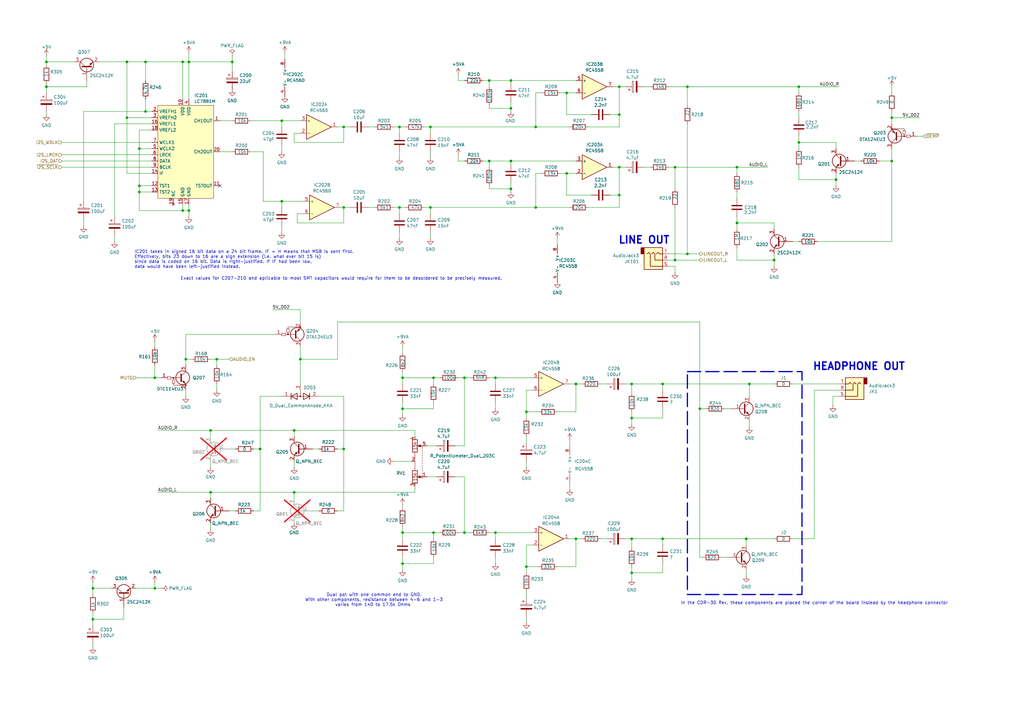
<source format=kicad_sch>
(kicad_sch (version 20231120) (generator "eeschema") (generator_version "8.0")
  (paper "A3")
  (title_block (title "PC-Engine CDR-30A (CD-ROM2) Schematics - MAIN PWR") (date "2025-02-09") (rev "0.3") (company "Author: Regis Galland"))
  (junction (at 259.08 157.48))
  (junction (at 200.66 66.04))
  (junction (at 271.78 157.48))
  (junction (at 302.26 91.44))
  (junction (at 209.55 77.47))
  (junction (at 259.08 234.95))
  (junction (at 123.19 147.32))
  (junction (at 259.08 220.98))
  (junction (at 219.71 85.09))
  (junction (at 232.41 71.12))
  (junction (at 177.8 218.44))
  (junction (at 307.34 157.48))
  (junction (at 165.1 154.94))
  (junction (at 63.5 241.3))
  (junction (at 365.76 66.04))
  (junction (at 302.26 68.58))
  (junction (at 74.93 86.36))
  (junction (at 232.41 38.1))
  (junction (at 38.1 254))
  (junction (at 276.86 68.58))
  (junction (at 57.15 78.74))
  (junction (at 57.15 60.96))
  (junction (at 176.53 85.09))
  (junction (at 176.53 52.07))
  (junction (at 209.55 44.45))
  (junction (at 52.07 48.26))
  (junction (at 38.1 241.3))
  (junction (at 254 46.99))
  (junction (at 120.65 201.93))
  (junction (at 306.07 220.98))
  (junction (at 140.97 52.07))
  (junction (at 115.57 82.55))
  (junction (at 63.5 154.94))
  (junction (at 342.9 73.66))
  (junction (at 74.93 25.4))
  (junction (at 19.05 35.56))
  (junction (at 140.97 184.15))
  (junction (at 209.55 33.02))
  (junction (at 165.1 218.44))
  (junction (at 209.55 66.04))
  (junction (at 165.1 167.64))
  (junction (at 163.83 85.09))
  (junction (at 106.68 184.15))
  (junction (at 365.76 48.26))
  (junction (at 281.94 104.14))
  (junction (at 52.07 25.4))
  (junction (at 95.25 25.4))
  (junction (at 120.65 176.53))
  (junction (at 165.1 231.14))
  (junction (at 140.97 85.09))
  (junction (at 317.5 106.68))
  (junction (at 19.05 25.4))
  (junction (at 281.94 35.56))
  (junction (at 177.8 154.94))
  (junction (at 200.66 33.02))
  (junction (at 86.36 201.93))
  (junction (at 77.47 86.36))
  (junction (at 86.36 176.53))
  (junction (at 59.69 25.4))
  (junction (at 77.47 25.4))
  (junction (at 254 68.58))
  (junction (at 190.5 218.44))
  (junction (at 57.15 76.2))
  (junction (at 327.66 35.56))
  (junction (at 236.22 220.98))
  (junction (at 254 35.56))
  (junction (at 254 80.01))
  (junction (at 215.9 232.41))
  (junction (at 203.2 154.94))
  (junction (at 203.2 218.44))
  (junction (at 163.83 52.07))
  (junction (at 215.9 168.91))
  (junction (at 287.02 167.64))
  (junction (at 259.08 171.45))
  (junction (at 271.78 220.98))
  (junction (at 59.69 45.72))
  (junction (at 190.5 154.94))
  (junction (at 115.57 49.53))
  (junction (at 219.71 52.07))
  (junction (at 327.66 58.42))
  (junction (at 276.86 106.68))
  (junction (at 76.2 147.32))
  (junction (at 88.9 147.32))
  (junction (at 236.22 157.48))
  (no_connect (at 90.17 76.2))
  (wire (pts (xy 236.22 220.98) (xy 238.76 220.98)))
  (wire (pts (xy 86.36 214.63) (xy 86.36 217.17)))
  (wire (pts (xy 209.55 67.31) (xy 209.55 66.04)))
  (wire (pts (xy 161.29 85.09) (xy 163.83 85.09)))
  (wire (pts (xy 254 68.58) (xy 251.46 68.58)))
  (wire (pts (xy 186.69 182.88) (xy 190.5 182.88)))
  (wire (pts (xy 307.34 157.48) (xy 317.5 157.48)))
  (wire (pts (xy 40.64 25.4) (xy 52.07 25.4)))
  (wire (pts (xy 63.5 149.86) (xy 63.5 154.94)))
  (wire (pts (xy 228.6 168.91) (xy 236.22 168.91)))
  (wire (pts (xy 46.99 96.52) (xy 46.99 99.06)))
  (wire (pts (xy 163.83 54.61) (xy 163.83 52.07)))
  (wire (pts (xy 50.8 248.92) (xy 50.8 254)))
  (wire (pts (xy 140.97 85.09) (xy 143.51 85.09)))
  (wire (pts (xy 143.51 52.07) (xy 140.97 52.07)))
  (wire (pts (xy 215.9 232.41) (xy 215.9 234.95)))
  (wire (pts (xy 170.18 199.39) (xy 170.18 201.93)))
  (wire (pts (xy 177.8 167.64) (xy 165.1 167.64)))
  (wire (pts (xy 77.47 25.4) (xy 74.93 25.4)))
  (wire (pts (xy 77.47 21.59) (xy 77.47 25.4)))
  (wire (pts (xy 104.14 209.55) (xy 106.68 209.55)))
  (wire (pts (xy 177.8 231.14) (xy 177.8 228.6)))
  (wire (pts (xy 177.8 167.64) (xy 177.8 165.1)))
  (wire (pts (xy 38.1 241.3) (xy 45.72 241.3)))
  (wire (pts (xy 215.9 189.23) (xy 215.9 191.77)))
  (wire (pts (xy 215.9 168.91) (xy 215.9 160.02)))
  (wire (pts (xy 302.26 91.44) (xy 302.26 93.98)))
  (wire (pts (xy 165.1 207.01) (xy 165.1 208.28)))
  (wire (pts (xy 165.1 154.94) (xy 165.1 157.48)))
  (wire (pts (xy 254 35.56) (xy 254 46.99)))
  (wire (pts (xy 59.69 25.4) (xy 59.69 33.02)))
  (wire (pts (xy 19.05 22.86) (xy 19.05 25.4)))
  (wire (pts (xy 102.87 49.53) (xy 115.57 49.53)))
  (wire (pts (xy 219.71 38.1) (xy 222.25 38.1)))
  (wire (pts (xy 163.83 95.25) (xy 163.83 97.79)))
  (wire (pts (xy 95.25 29.21) (xy 95.25 25.4)))
  (wire (pts (xy 365.76 48.26) (xy 365.76 50.8)))
  (wire (pts (xy 209.55 41.91) (xy 209.55 44.45)))
  (wire (pts (xy 163.83 87.63) (xy 163.83 85.09)))
  (wire (pts (xy 106.68 184.15) (xy 106.68 162.56)))
  (wire (pts (xy 307.34 157.48) (xy 307.34 162.56)))
  (wire (pts (xy 306.07 220.98) (xy 306.07 223.52)))
  (wire (pts (xy 302.26 106.68) (xy 302.26 101.6)))
  (wire (pts (xy 88.9 147.32) (xy 86.36 147.32)))
  (wire (pts (xy 271.78 167.64) (xy 271.78 171.45)))
  (wire (pts (xy 52.07 48.26) (xy 52.07 25.4)))
  (wire (pts (xy 77.47 40.64) (xy 77.47 25.4)))
  (wire (pts (xy 177.8 218.44) (xy 180.34 218.44)))
  (wire (pts (xy 138.43 147.32) (xy 138.43 132.08)))
  (wire (pts (xy 325.12 157.48) (xy 344.17 157.48)))
  (wire (pts (xy 200.66 44.45) (xy 200.66 43.18)))
  (wire (pts (xy 66.04 154.94) (xy 63.5 154.94)))
  (wire (pts (xy 215.9 232.41) (xy 220.98 232.41)))
  (wire (pts (xy 95.25 49.53) (xy 90.17 49.53)))
  (wire (pts (xy 187.96 33.02) (xy 190.5 33.02)))
  (wire (pts (xy 233.68 220.98) (xy 236.22 220.98)))
  (wire (pts (xy 163.83 62.23) (xy 163.83 64.77)))
  (wire (pts (xy 186.69 195.58) (xy 190.5 195.58)))
  (wire (pts (xy 77.47 86.36) (xy 77.47 88.9)))
  (wire (pts (xy 259.08 157.48) (xy 259.08 161.29)))
  (wire (pts (xy 176.53 62.23) (xy 176.53 64.77)))
  (wire (pts (xy 317.5 93.98) (xy 317.5 91.44)))
  (wire (pts (xy 209.55 34.29) (xy 209.55 33.02)))
  (wire (pts (xy 325.12 99.06) (xy 327.66 99.06)))
  (wire (pts (xy 187.96 30.48) (xy 187.96 33.02)))
  (wire (pts (xy 130.81 162.56) (xy 140.97 162.56)))
  (wire (pts (xy 165.1 165.1) (xy 165.1 167.64)))
  (wire (pts (xy 342.9 58.42) (xy 327.66 58.42)))
  (wire (pts (xy 342.9 60.96) (xy 342.9 58.42)))
  (wire (pts (xy 88.9 160.02) (xy 88.9 157.48)))
  (wire (pts (xy 74.93 86.36) (xy 77.47 86.36)))
  (wire (pts (xy 165.1 152.4) (xy 165.1 154.94)))
  (wire (pts (xy 57.15 60.96) (xy 62.23 60.96)))
  (wire (pts (xy 200.66 33.02) (xy 200.66 35.56)))
  (wire (pts (xy 86.36 176.53) (xy 86.36 179.07)))
  (wire (pts (xy 306.07 220.98) (xy 317.5 220.98)))
  (wire (pts (xy 74.93 83.82) (xy 74.93 86.36)))
  (wire (pts (xy 128.27 184.15) (xy 130.81 184.15)))
  (wire (pts (xy 120.65 179.07) (xy 120.65 176.53)))
  (wire (pts (xy 256.54 68.58) (xy 254 68.58)))
  (wire (pts (xy 218.44 218.44) (xy 203.2 218.44)))
  (wire (pts (xy 276.86 68.58) (xy 276.86 77.47)))
  (wire (pts (xy 306.07 236.22) (xy 306.07 233.68)))
  (wire (pts (xy 140.97 85.09) (xy 139.7 85.09)))
  (wire (pts (xy 317.5 104.14) (xy 317.5 106.68)))
  (wire (pts (xy 341.63 162.56) (xy 344.17 162.56)))
  (wire (pts (xy 140.97 184.15) (xy 138.43 184.15)))
  (wire (pts (xy 259.08 157.48) (xy 271.78 157.48)))
  (wire (pts (xy 219.71 71.12) (xy 222.25 71.12)))
  (wire (pts (xy 38.1 264.16) (xy 38.1 265.43)))
  (wire (pts (xy 38.1 241.3) (xy 38.1 243.84)))
  (wire (pts (xy 166.37 85.09) (xy 163.83 85.09)))
  (wire (pts (xy 232.41 71.12) (xy 236.22 71.12)))
  (wire (pts (xy 365.76 48.26) (xy 377.19 48.26)))
  (wire (pts (xy 232.41 46.99) (xy 232.41 38.1)))
  (wire (pts (xy 153.67 52.07) (xy 151.13 52.07)))
  (wire (pts (xy 276.86 106.68) (xy 274.32 106.68)))
  (wire (pts (xy 115.57 49.53) (xy 123.19 49.53)))
  (wire (pts (xy 241.3 85.09) (xy 254 85.09)))
  (wire (pts (xy 334.01 220.98) (xy 334.01 160.02)))
  (wire (pts (xy 62.23 50.8) (xy 46.99 50.8)))
  (wire (pts (xy 138.43 132.08) (xy 287.02 132.08)))
  (wire (pts (xy 55.88 241.3) (xy 63.5 241.3)))
  (wire (pts (xy 200.66 66.04) (xy 209.55 66.04)))
  (wire (pts (xy 274.32 104.14) (xy 281.94 104.14)))
  (wire (pts (xy 57.15 78.74) (xy 57.15 86.36)))
  (wire (pts (xy 219.71 85.09) (xy 219.71 71.12)))
  (wire (pts (xy 107.95 62.23) (xy 107.95 82.55)))
  (wire (pts (xy 25.4 66.04) (xy 62.23 66.04)))
  (wire (pts (xy 200.66 154.94) (xy 203.2 154.94)))
  (wire (pts (xy 215.9 179.07) (xy 215.9 181.61)))
  (wire (pts (xy 187.96 63.5) (xy 187.96 66.04)))
  (wire (pts (xy 165.1 142.24) (xy 165.1 144.78)))
  (wire (pts (xy 52.07 71.12) (xy 52.07 48.26)))
  (wire (pts (xy 266.7 68.58) (xy 264.16 68.58)))
  (wire (pts (xy 176.53 87.63) (xy 176.53 85.09)))
  (wire (pts (xy 123.19 147.32) (xy 138.43 147.32)))
  (wire (pts (xy 233.68 198.12) (xy 233.68 200.66)))
  (wire (pts (xy 317.5 106.68) (xy 317.5 109.22)))
  (wire (pts (xy 165.1 220.98) (xy 165.1 218.44)))
  (wire (pts (xy 281.94 35.56) (xy 281.94 43.18)))
  (wire (pts (xy 341.63 166.37) (xy 341.63 162.56)))
  (wire (pts (xy 165.1 228.6) (xy 165.1 231.14)))
  (wire (pts (xy 153.67 85.09) (xy 151.13 85.09)))
  (wire (pts (xy 259.08 237.49) (xy 259.08 234.95)))
  (wire (pts (xy 215.9 252.73) (xy 215.9 255.27)))
  (wire (pts (xy 259.08 220.98) (xy 259.08 224.79)))
  (wire (pts (xy 256.54 35.56) (xy 254 35.56)))
  (wire (pts (xy 123.19 147.32) (xy 123.19 157.48)))
  (wire (pts (xy 219.71 85.09) (xy 233.68 85.09)))
  (wire (pts (xy 123.19 54.61) (xy 120.65 54.61)))
  (wire (pts (xy 299.72 167.64) (xy 297.18 167.64)))
  (wire (pts (xy 307.34 175.26) (xy 307.34 172.72)))
  (wire (pts (xy 327.66 73.66) (xy 327.66 68.58)))
  (wire (pts (xy 38.1 238.76) (xy 38.1 241.3)))
  (wire (pts (xy 209.55 44.45) (xy 200.66 44.45)))
  (wire (pts (xy 215.9 242.57) (xy 215.9 245.11)))
  (wire (pts (xy 209.55 74.93) (xy 209.55 77.47)))
  (wire (pts (xy 95.25 22.86) (xy 95.25 25.4)))
  (wire (pts (xy 176.53 54.61) (xy 176.53 52.07)))
  (wire (pts (xy 76.2 162.56) (xy 76.2 160.02)))
  (wire (pts (xy 96.52 184.15) (xy 93.98 184.15)))
  (wire (pts (xy 365.76 66.04) (xy 360.68 66.04)))
  (wire (pts (xy 25.4 68.58) (xy 62.23 68.58)))
  (wire (pts (xy 187.96 218.44) (xy 190.5 218.44)))
  (wire (pts (xy 123.19 127) (xy 111.76 127)))
  (wire (pts (xy 106.68 184.15) (xy 106.68 209.55)))
  (wire (pts (xy 276.86 109.22) (xy 274.32 109.22)))
  (wire (pts (xy 274.32 35.56) (xy 281.94 35.56)))
  (wire (pts (xy 190.5 66.04) (xy 187.96 66.04)))
  (wire (pts (xy 64.77 176.53) (xy 86.36 176.53)))
  (wire (pts (xy 74.93 40.64) (xy 74.93 25.4)))
  (wire (pts (xy 35.56 35.56) (xy 19.05 35.56)))
  (wire (pts (xy 34.29 90.17) (xy 34.29 92.71)))
  (wire (pts (xy 63.5 238.76) (xy 63.5 241.3)))
  (wire (pts (xy 209.55 77.47) (xy 200.66 77.47)))
  (wire (pts (xy 140.97 58.42) (xy 140.97 52.07)))
  (wire (pts (xy 86.36 176.53) (xy 120.65 176.53)))
  (wire (pts (xy 365.76 45.72) (xy 365.76 48.26)))
  (wire (pts (xy 215.9 171.45) (xy 215.9 168.91)))
  (wire (pts (xy 62.23 48.26) (xy 52.07 48.26)))
  (wire (pts (xy 165.1 231.14) (xy 165.1 233.68)))
  (wire (pts (xy 50.8 254) (xy 38.1 254)))
  (wire (pts (xy 62.23 45.72) (xy 59.69 45.72)))
  (wire (pts (xy 88.9 149.86) (xy 88.9 147.32)))
  (wire (pts (xy 115.57 59.69) (xy 115.57 62.23)))
  (wire (pts (xy 166.37 52.07) (xy 163.83 52.07)))
  (wire (pts (xy 232.41 80.01) (xy 232.41 71.12)))
  (wire (pts (xy 63.5 154.94) (xy 55.88 154.94)))
  (wire (pts (xy 19.05 26.67) (xy 19.05 25.4)))
  (wire (pts (xy 64.77 201.93) (xy 86.36 201.93)))
  (wire (pts (xy 173.99 52.07) (xy 176.53 52.07)))
  (wire (pts (xy 209.55 44.45) (xy 209.55 45.72)))
  (wire (pts (xy 219.71 52.07) (xy 233.68 52.07)))
  (wire (pts (xy 130.81 209.55) (xy 128.27 209.55)))
  (wire (pts (xy 200.66 33.02) (xy 209.55 33.02)))
  (wire (pts (xy 35.56 33.02) (xy 35.56 35.56)))
  (wire (pts (xy 123.19 142.24) (xy 123.19 147.32)))
  (wire (pts (xy 236.22 157.48) (xy 238.76 157.48)))
  (wire (pts (xy 19.05 35.56) (xy 19.05 38.1)))
  (wire (pts (xy 76.2 147.32) (xy 78.74 147.32)))
  (wire (pts (xy 120.65 204.47) (xy 120.65 201.93)))
  (wire (pts (xy 76.2 137.16) (xy 76.2 147.32)))
  (wire (pts (xy 302.26 88.9) (xy 302.26 91.44)))
  (wire (pts (xy 57.15 53.34) (xy 57.15 60.96)))
  (wire (pts (xy 276.86 111.76) (xy 276.86 109.22)))
  (wire (pts (xy 254 35.56) (xy 251.46 35.56)))
  (wire (pts (xy 325.12 220.98) (xy 334.01 220.98)))
  (wire (pts (xy 19.05 35.56) (xy 19.05 34.29)))
  (wire (pts (xy 57.15 86.36) (xy 74.93 86.36)))
  (wire (pts (xy 327.66 35.56) (xy 344.17 35.56)))
  (wire (pts (xy 93.98 147.32) (xy 88.9 147.32)))
  (wire (pts (xy 62.23 53.34) (xy 57.15 53.34)))
  (wire (pts (xy 121.92 91.44) (xy 140.97 91.44)))
  (wire (pts (xy 161.29 52.07) (xy 163.83 52.07)))
  (wire (pts (xy 19.05 25.4) (xy 30.48 25.4)))
  (wire (pts (xy 177.8 220.98) (xy 177.8 218.44)))
  (wire (pts (xy 190.5 154.94) (xy 190.5 182.88)))
  (wire (pts (xy 121.92 87.63) (xy 121.92 91.44)))
  (wire (pts (xy 203.2 228.6) (xy 203.2 231.14)))
  (wire (pts (xy 200.66 218.44) (xy 203.2 218.44)))
  (wire (pts (xy 327.66 35.56) (xy 327.66 38.1)))
  (wire (pts (xy 177.8 157.48) (xy 177.8 154.94)))
  (wire (pts (xy 375.92 55.88) (xy 378.46 55.88)))
  (wire (pts (xy 203.2 154.94) (xy 203.2 157.48)))
  (wire (pts (xy 246.38 157.48) (xy 248.92 157.48)))
  (wire (pts (xy 38.1 254) (xy 38.1 256.54)))
  (wire (pts (xy 353.06 66.04) (xy 350.52 66.04)))
  (wire (pts (xy 317.5 106.68) (xy 302.26 106.68)))
  (wire (pts (xy 302.26 71.12) (xy 302.26 68.58)))
  (wire (pts (xy 228.6 97.79) (xy 228.6 100.33)))
  (wire (pts (xy 287.02 167.64) (xy 289.56 167.64)))
  (wire (pts (xy 124.46 87.63) (xy 121.92 87.63)))
  (wire (pts (xy 276.86 106.68) (xy 276.86 85.09)))
  (wire (pts (xy 165.1 215.9) (xy 165.1 218.44)))
  (wire (pts (xy 120.65 58.42) (xy 140.97 58.42)))
  (wire (pts (xy 229.87 71.12) (xy 232.41 71.12)))
  (wire (pts (xy 327.66 58.42) (xy 327.66 55.88)))
  (wire (pts (xy 74.93 25.4) (xy 59.69 25.4)))
  (wire (pts (xy 170.18 179.07) (xy 170.18 176.53)))
  (wire (pts (xy 46.99 50.8) (xy 46.99 88.9)))
  (wire (pts (xy 259.08 173.99) (xy 259.08 171.45)))
  (wire (pts (xy 288.29 228.6) (xy 287.02 228.6)))
  (wire (pts (xy 187.96 154.94) (xy 190.5 154.94)))
  (wire (pts (xy 271.78 220.98) (xy 306.07 220.98)))
  (wire (pts (xy 250.19 46.99) (xy 254 46.99)))
  (wire (pts (xy 246.38 220.98) (xy 248.92 220.98)))
  (wire (pts (xy 25.4 58.42) (xy 62.23 58.42)))
  (wire (pts (xy 115.57 49.53) (xy 115.57 52.07)))
  (wire (pts (xy 190.5 218.44) (xy 193.04 218.44)))
  (wire (pts (xy 175.26 182.88) (xy 179.07 182.88)))
  (wire (pts (xy 86.36 201.93) (xy 86.36 204.47)))
  (wire (pts (xy 287.02 106.68) (xy 276.86 106.68)))
  (wire (pts (xy 365.76 60.96) (xy 365.76 66.04)))
  (wire (pts (xy 63.5 241.3) (xy 66.04 241.3)))
  (wire (pts (xy 34.29 45.72) (xy 59.69 45.72)))
  (wire (pts (xy 232.41 38.1) (xy 236.22 38.1)))
  (wire (pts (xy 190.5 154.94) (xy 193.04 154.94)))
  (wire (pts (xy 334.01 160.02) (xy 344.17 160.02)))
  (wire (pts (xy 106.68 162.56) (xy 115.57 162.56)))
  (wire (pts (xy 242.57 46.99) (xy 232.41 46.99)))
  (wire (pts (xy 198.12 33.02) (xy 200.66 33.02)))
  (wire (pts (xy 57.15 78.74) (xy 62.23 78.74)))
  (wire (pts (xy 59.69 40.64) (xy 59.69 45.72)))
  (wire (pts (xy 233.68 180.34) (xy 233.68 182.88)))
  (wire (pts (xy 342.9 71.12) (xy 342.9 73.66)))
  (wire (pts (xy 209.55 77.47) (xy 209.55 78.74)))
  (wire (pts (xy 34.29 45.72) (xy 34.29 82.55)))
  (wire (pts (xy 254 68.58) (xy 254 80.01)))
  (wire (pts (xy 140.97 85.09) (xy 140.97 91.44)))
  (wire (pts (xy 63.5 139.7) (xy 63.5 142.24)))
  (wire (pts (xy 62.23 76.2) (xy 57.15 76.2)))
  (wire (pts (xy 242.57 80.01) (xy 232.41 80.01)))
  (wire (pts (xy 365.76 66.04) (xy 365.76 99.06)))
  (wire (pts (xy 271.78 160.02) (xy 271.78 157.48)))
  (wire (pts (xy 228.6 232.41) (xy 236.22 232.41)))
  (wire (pts (xy 95.25 25.4) (xy 77.47 25.4)))
  (wire (pts (xy 335.28 99.06) (xy 365.76 99.06)))
  (wire (pts (xy 120.65 201.93) (xy 86.36 201.93)))
  (wire (pts (xy 233.68 157.48) (xy 236.22 157.48)))
  (wire (pts (xy 138.43 209.55) (xy 140.97 209.55)))
  (wire (pts (xy 57.15 76.2) (xy 57.15 78.74)))
  (wire (pts (xy 327.66 45.72) (xy 327.66 48.26)))
  (wire (pts (xy 115.57 82.55) (xy 124.46 82.55)))
  (wire (pts (xy 254 46.99) (xy 254 52.07)))
  (wire (pts (xy 314.96 68.58) (xy 302.26 68.58)))
  (wire (pts (xy 19.05 45.72) (xy 19.05 46.99)))
  (wire (pts (xy 219.71 38.1) (xy 219.71 52.07)))
  (wire (pts (xy 200.66 66.04) (xy 200.66 68.58)))
  (wire (pts (xy 165.1 170.18) (xy 165.1 167.64)))
  (wire (pts (xy 200.66 77.47) (xy 200.66 76.2)))
  (wire (pts (xy 86.36 189.23) (xy 86.36 191.77)))
  (wire (pts (xy 62.23 71.12) (xy 52.07 71.12)))
  (wire (pts (xy 120.65 201.93) (xy 170.18 201.93)))
  (wire (pts (xy 95.25 62.23) (xy 90.17 62.23)))
  (wire (pts (xy 209.55 33.02) (xy 236.22 33.02)))
  (wire (pts (xy 215.9 223.52) (xy 218.44 223.52)))
  (wire (pts (xy 177.8 154.94) (xy 180.34 154.94)))
  (wire (pts (xy 52.07 25.4) (xy 59.69 25.4)))
  (wire (pts (xy 120.65 189.23) (xy 120.65 191.77)))
  (wire (pts (xy 302.26 78.74) (xy 302.26 81.28)))
  (wire (pts (xy 215.9 160.02) (xy 218.44 160.02)))
  (wire (pts (xy 218.44 154.94) (xy 203.2 154.94)))
  (wire (pts (xy 287.02 132.08) (xy 287.02 167.64)))
  (wire (pts (xy 271.78 223.52) (xy 271.78 220.98)))
  (wire (pts (xy 161.29 189.23) (xy 168.91 189.23)))
  (wire (pts (xy 287.02 104.14) (xy 281.94 104.14)))
  (wire (pts (xy 176.53 52.07) (xy 219.71 52.07)))
  (wire (pts (xy 203.2 218.44) (xy 203.2 220.98)))
  (wire (pts (xy 120.65 176.53) (xy 170.18 176.53)))
  (wire (pts (xy 317.5 91.44) (xy 302.26 91.44)))
  (wire (pts (xy 287.02 228.6) (xy 287.02 167.64)))
  (wire (pts (xy 209.55 66.04) (xy 236.22 66.04)))
  (wire (pts (xy 271.78 171.45) (xy 259.08 171.45)))
  (wire (pts (xy 281.94 104.14) (xy 281.94 50.8)))
  (wire (pts (xy 271.78 231.14) (xy 271.78 234.95)))
  (wire (pts (xy 120.65 54.61) (xy 120.65 58.42)))
  (wire (pts (xy 259.08 171.45) (xy 259.08 168.91)))
  (wire (pts (xy 198.12 66.04) (xy 200.66 66.04)))
  (wire (pts (xy 215.9 223.52) (xy 215.9 232.41)))
  (wire (pts (xy 140.97 184.15) (xy 140.97 209.55)))
  (wire (pts (xy 365.76 35.56) (xy 365.76 38.1)))
  (wire (pts (xy 190.5 195.58) (xy 190.5 218.44)))
  (wire (pts (xy 113.03 137.16) (xy 76.2 137.16)))
  (wire (pts (xy 175.26 195.58) (xy 179.07 195.58)))
  (wire (pts (xy 298.45 228.6) (xy 295.91 228.6)))
  (wire (pts (xy 256.54 220.98) (xy 259.08 220.98)))
  (wire (pts (xy 256.54 157.48) (xy 259.08 157.48)))
  (wire (pts (xy 25.4 63.5) (xy 62.23 63.5)))
  (wire (pts (xy 165.1 154.94) (xy 177.8 154.94)))
  (wire (pts (xy 115.57 85.09) (xy 115.57 82.55)))
  (wire (pts (xy 116.84 21.59) (xy 116.84 24.13)))
  (wire (pts (xy 140.97 162.56) (xy 140.97 184.15)))
  (wire (pts (xy 327.66 58.42) (xy 327.66 60.96)))
  (wire (pts (xy 176.53 85.09) (xy 219.71 85.09)))
  (wire (pts (xy 77.47 83.82) (xy 77.47 86.36)))
  (wire (pts (xy 266.7 35.56) (xy 264.16 35.56)))
  (wire (pts (xy 140.97 52.07) (xy 138.43 52.07)))
  (wire (pts (xy 254 80.01) (xy 254 85.09)))
  (wire (pts (xy 104.14 184.15) (xy 106.68 184.15)))
  (wire (pts (xy 123.19 127) (xy 123.19 132.08)))
  (wire (pts (xy 342.9 76.2) (xy 342.9 73.66)))
  (wire (pts (xy 76.2 147.32) (xy 76.2 149.86)))
  (wire (pts (xy 271.78 157.48) (xy 307.34 157.48)))
  (wire (pts (xy 165.1 218.44) (xy 177.8 218.44)))
  (wire (pts (xy 215.9 168.91) (xy 220.98 168.91)))
  (wire (pts (xy 250.19 80.01) (xy 254 80.01)))
  (wire (pts (xy 259.08 234.95) (xy 259.08 232.41)))
  (wire (pts (xy 203.2 165.1) (xy 203.2 167.64)))
  (wire (pts (xy 259.08 220.98) (xy 271.78 220.98)))
  (wire (pts (xy 342.9 73.66) (xy 327.66 73.66)))
  (wire (pts (xy 276.86 68.58) (xy 302.26 68.58)))
  (wire (pts (xy 236.22 157.48) (xy 236.22 168.91)))
  (wire (pts (xy 229.87 38.1) (xy 232.41 38.1)))
  (wire (pts (xy 93.98 209.55) (xy 96.52 209.55)))
  (wire (pts (xy 173.99 85.09) (xy 176.53 85.09)))
  (wire (pts (xy 274.32 68.58) (xy 276.86 68.58)))
  (wire (pts (xy 107.95 62.23) (xy 102.87 62.23)))
  (wire (pts (xy 57.15 60.96) (xy 57.15 76.2)))
  (wire (pts (xy 165.1 231.14) (xy 177.8 231.14)))
  (wire (pts (xy 115.57 92.71) (xy 115.57 95.25)))
  (wire (pts (xy 107.95 82.55) (xy 115.57 82.55)))
  (wire (pts (xy 271.78 234.95) (xy 259.08 234.95)))
  (wire (pts (xy 176.53 95.25) (xy 176.53 97.79)))
  (wire (pts (xy 241.3 52.07) (xy 254 52.07)))
  (wire (pts (xy 38.1 254) (xy 38.1 251.46)))
  (wire (pts (xy 236.22 220.98) (xy 236.22 232.41)))
  (wire (pts (xy 281.94 35.56) (xy 327.66 35.56)))
  (rectangle (start 281.94 152.4) (end 328.93 243.84) (stroke (width 0.5) (type dash)))
  (text "In the CDR-30 Rev, these components are placed the corner of the board instead by the headphone connector" (at 334.01 247.396 0) (effects (font (size 1.27 1.27))))
  (text "IC201 takes in signed 16 bit data on a 24 bit frame. IF = H means that MSB is sent first.\nEffectively, bits 23 down to 16 are a sign extension (i.e. what ever bit 15 is) \nsince data is coded on 16 bit. Data is right-justified. If IF had been low,\ndata would have been left-justified instead." (at 55.118 106.426 0) (effects (font (size 1.27 1.27)) (justify left)))
  (text "LINE OUT" (at 264.16 98.552 0) (effects (font (size 3 3) (thickness 0.6) (bold yes))))
  (text "HEADPHONE OUT" (at 352.298 150.368 0) (effects (font (size 3 3) (thickness 0.6) (bold yes))))
  (text "Exact values for C207-210 and aplicable to most SMT capacitors would require for them to be desoldered to be precisely measured." (at 139.954 114.3 0) (effects (font (size 1.27 1.27))))
  (text "Dual pot with one common end to GND.\nWith other components, resistance between 4-6 and 1-3\nvaries from 140 to 17.5k Ohms " (at 153.416 246.126 0) (effects (font (size 1.27 1.27))))
  (label "AUDIO_L" (at 314.96 68.58 180))
  (label "AUDIO_L" (at 64.77 201.93 0))
  (label "5V_002" (at 377.19 48.26 180))
  (label "AUDIO_R" (at 64.77 176.53 0))
  (label "5V_002" (at 111.76 127 0))
  (label "AUDIO_R" (at 344.17 35.56 180))
  (hierarchical_label "LINEOUT_L" (shape output) (at 287.02 106.68 0))
  (hierarchical_label "AUDIO_EN" (shape input) (at 93.98 147.32 0))
  (hierarchical_label "LINEOUT_R" (shape output) (at 287.02 104.14 0))
  (hierarchical_label "MUTG" (shape input) (at 55.88 154.94 180))
  (hierarchical_label "I2S_DAT" (shape input) (at 25.4 66.04 180))
  (hierarchical_label "~{DEMP}" (shape input) (at 378.46 55.88 0))
  (hierarchical_label "I2S_LRCK" (shape input) (at 25.4 63.5 180))
  (hierarchical_label "~{I2S_SCLK}" (shape input) (at 25.4 68.58 180))
  (hierarchical_label "I2S_WDLK" (shape input) (at 25.4 58.42 180))
  (symbol (lib_id "power:GND") (at 76.2 162.56 0) (mirror y) (unit 1)
    (property "Reference" "#PWR017" (effects (hide yes)))
    (property "Value" "GND" (at 76.2 167.0034 0))
    (property "Description" "Power symbol creates a global label with name \"GND\" , ground" (effects (hide yes)))
  )
  (symbol (lib_id "Device:C") (at 115.57 88.9 0) (mirror x) (unit 1)
    (property "Reference" "C203" (at 112.649 87.6878 0) (effects (justify right)))
    (property "Value" "47pF" (at 112.649 90.1121 0) (effects (justify right)))
    (property "Footprint" "Capacitor_SMD:C_0603_1608Metric" (effects (hide yes)))
  )
  (symbol (lib_id "power:GND") (at 176.53 64.77 0) (unit 1)
    (property "Reference" "#PWR024" (effects (hide yes)))
    (property "Value" "GND" (at 176.53 69.2134 0))
    (property "Description" "Power symbol creates a global label with name \"GND\" , ground" (effects (hide yes)))
  )
  (symbol (lib_id "power:GND") (at 203.2 231.14 0) (unit 1)
    (property "Reference" "#PWR048" (effects (hide yes)))
    (property "Value" "GND" (at 203.2 235.5834 0))
    (property "Description" "Power symbol creates a global label with name \"GND\" , ground" (effects (hide yes)))
  )
  (symbol (lib_id "Device:C_Polarized") (at 95.25 33.02 0) (unit 1)
    (property "Reference" "C200" (at 98.171 30.9188 0) (effects (justify left)))
    (property "Value" "22uF" (at 98.171 33.3431 0) (effects (justify left)))
    (property "Footprint" "Capacitor_SMD:CP_Elec_5x5.4" (effects (hide yes)))
    (property "Description" "Polarized capacitor" (effects (hide yes)))
  )
  (symbol (lib_id "Device:R") (at 100.33 209.55 90) (unit 1)
    (property "Reference" "R223" (at 97.536 207.01 90) (effects (justify right)))
    (property "Value" "1k" (at 98.298 209.55 90) (effects (justify right)))
    (property "Footprint" "Resistor_SMD:R_0603_1608Metric" (effects (hide yes)))
  )
  (symbol (lib_id "Device:R") (at 59.69 36.83 0) (mirror x) (unit 1)
    (property "Reference" "R246" (at 66.294 35.814 0) (effects (justify right)))
    (property "Value" "4.7k" (at 59.69 38.862 90) (effects (justify right)))
    (property "Footprint" "Resistor_SMD:R_0603_1608Metric" (effects (hide yes)))
  )
  (symbol (lib_id "Device:R") (at 224.79 232.41 270) (mirror x) (unit 1)
    (property "Reference" "R235" (at 227.33 229.87 90) (effects (justify right)))
    (property "Value" "33k" (at 226.568 232.41 90) (effects (justify right)))
    (property "Footprint" "Resistor_SMD:R_0603_1608Metric" (effects (hide yes)))
  )
  (symbol (lib_id "Device:C_Polarized") (at 182.88 195.58 90) (unit 1)
    (property "Reference" "C220" (at 181.991 189.2765 90))
    (property "Value" "4.7uF" (at 181.991 191.7008 90))
    (property "Footprint" "Capacitor_SMD:CP_Elec_4x5.4" (effects (hide yes)))
  )
  (symbol (lib_id "PC-Engine_CDR-30:R_Potentiometer_Dual") (at 172.72 189.23 270) (unit 1)
    (property "Reference" "RV1" (at 166.37 194.056 90) (effects (justify right)))
    (property "Value" "R_Potentiometer_Dual_203C" (at 189.738 186.944 90))
    (property "Footprint" "PC-Engine_CDR-30A:Potentiometer_Double_Horizontal_Common" (effects (hide yes)))
    (property "Description" "Dual potentiometer" (effects (hide yes)))
  )
  (symbol (lib_id "power:GND") (at 215.9 255.27 0) (unit 1)
    (property "Reference" "#PWR052" (effects (hide yes)))
    (property "Value" "GND" (at 215.9 259.7134 0))
    (property "Description" "Power symbol creates a global label with name \"GND\" , ground" (effects (hide yes)))
  )
  (symbol (lib_id "Device:R") (at 276.86 81.28 0) (mirror y) (unit 1)
    (property "Reference" "R219" (at 270.256 81.28 0) (effects (justify right)))
    (property "Value" "22" (at 276.86 79.248 90) (effects (justify right)))
    (property "Footprint" "Resistor_SMD:R_0603_1608Metric" (effects (hide yes)))
  )
  (symbol (lib_id "Device:R") (at 177.8 224.79 0) (mirror x) (unit 1)
    (property "Reference" "R229" (at 184.785 223.52 0) (effects (justify right)))
    (property "Value" "10k" (at 178.054 226.314 90) (effects (justify right)))
    (property "Footprint" "Resistor_SMD:R_0603_1608Metric" (effects (hide yes)))
  )
  (symbol (lib_id "Device:R") (at 356.87 66.04 270) (unit 1)
    (property "Reference" "R220" (at 359.41 63.5 90) (effects (justify right)))
    (property "Value" "10k" (at 358.902 66.04 90) (effects (justify right)))
    (property "Footprint" "Resistor_SMD:R_0603_1608Metric" (effects (hide yes)))
  )
  (symbol (lib_id "Device:C") (at 246.38 46.99 270) (unit 1)
    (property "Reference" "C214" (at 246.38 40.6865 90))
    (property "Value" "2.2nF" (at 246.38 43.1108 90))
    (property "Footprint" "Capacitor_SMD:C_0603_1608Metric" (effects (hide yes)))
  )
  (symbol (lib_id "Device:C") (at 115.57 55.88 0) (mirror x) (unit 1)
    (property "Reference" "C204" (at 112.649 54.6678 0) (effects (justify right)))
    (property "Value" "47pF" (at 112.649 57.0921 0) (effects (justify right)))
    (property "Footprint" "Capacitor_SMD:C_0603_1608Metric" (effects (hide yes)))
  )
  (symbol (lib_id "power:GND") (at 77.47 88.9 0) (unit 1)
    (property "Reference" "#PWR037" (effects (hide yes)))
    (property "Value" "GND" (at 77.47 93.3434 0))
    (property "Description" "Power symbol creates a global label with name \"GND\" , ground" (effects (hide yes)))
  )
  (symbol (lib_id "Amplifier_Operational:RC4560") (at 119.38 31.75 0) (unit 3)
    (property "Reference" "IC202" (at 117.475 30.5378 0) (effects (justify left)))
    (property "Value" "RC4560" (at 117.475 32.9621 0) (effects (justify left)))
    (property "Footprint" "Package_SO:SOIC-8_3.9x4.9mm_P1.27mm" (effects (hide yes)))
    (property "Datasheet" "http://www.ti.com/lit/ds/symlink/rc4560.pdf" (effects (hide yes)))
    (property "Description" "Dual Audio Operational Amplifier, DIP-8/SOIC-8/SSOP-8" (effects (hide yes)))
  )
  (symbol (lib_id "Device:R") (at 293.37 167.64 270) (mirror x) (unit 1)
    (property "Reference" "R244" (at 295.91 165.354 90) (effects (justify right)))
    (property "Value" "820" (at 295.148 167.64 90) (effects (justify right)))
    (property "Footprint" "Resistor_SMD:R_0603_1608Metric" (effects (hide yes)))
  )
  (symbol (lib_id "Amplifier_Operational:RC4558") (at 226.06 220.98 0) (unit 1)
    (property "Reference" "IC204" (at 226.06 212.2002 0))
    (property "Value" "RC4558" (at 226.06 214.7371 0))
    (property "Footprint" "Package_SO:SOIC-8_3.9x4.9mm_P1.27mm" (effects (hide yes)))
    (property "Datasheet" "http://www.ti.com/lit/ds/symlink/rc4558.pdf" (effects (hide yes)))
  )
  (symbol (lib_id "power:GND") (at 209.55 45.72 0) (unit 1)
    (property "Reference" "#PWR011" (effects (hide yes)))
    (property "Value" "GND" (at 209.296 49.53 0))
    (property "Description" "Power symbol creates a global label with name \"GND\" , ground" (effects (hide yes)))
  )
  (symbol (lib_id "Device:C") (at 176.53 91.44 180) (unit 1)
    (property "Reference" "C209" (at 179.451 90.2278 0) (effects (justify right)))
    (property "Value" "15nF" (at 179.451 92.6521 0) (effects (justify right)))
    (property "Footprint" "Capacitor_SMD:C_0603_1608Metric" (effects (hide yes)))
  )
  (symbol (lib_id "Device:C_Polarized") (at 34.29 86.36 0) (unit 1)
    (property "Reference" "C201" (at 37.211 84.2588 0) (effects (justify left)))
    (property "Value" "100uF" (at 37.211 86.6831 0) (effects (justify left)))
    (property "Footprint" "Capacitor_SMD:CP_Elec_5x5.4" (effects (hide yes)))
    (property "Description" "Polarized capacitor" (effects (hide yes)))
  )
  (symbol (lib_id "Device:C") (at 147.32 85.09 270) (unit 1)
    (property "Reference" "C205" (at 147.32 78.7865 90))
    (property "Value" "10uF" (at 147.32 81.2108 90))
    (property "Footprint" "Capacitor_SMD:CP_Elec_4x5.4" (effects (hide yes)))
  )
  (symbol (lib_id "Device:R") (at 134.62 209.55 270) (mirror x) (unit 1)
    (property "Reference" "R248" (at 135.89 207.01 90) (effects (justify right)))
    (property "Value" "0" (at 135.382 209.55 90) (effects (justify right)))
    (property "Footprint" "Resistor_SMD:R_0603_1608Metric" (effects (hide yes)))
  )
  (symbol (lib_id "Device:R") (at 194.31 66.04 270) (unit 1)
    (property "Reference" "R211" (at 196.85 63.5 90) (effects (justify right)))
    (property "Value" "22k" (at 196.342 66.04 90) (effects (justify right)))
    (property "Footprint" "Resistor_SMD:R_0603_1608Metric" (effects (hide yes)))
  )
  (symbol (lib_id "power:GND") (at 259.08 237.49 0) (unit 1)
    (property "Reference" "#PWR051" (effects (hide yes)))
    (property "Value" "GND" (at 259.08 241.9334 0))
    (property "Description" "Power symbol creates a global label with name \"GND\" , ground" (effects (hide yes)))
  )
  (symbol (lib_id "Device:R") (at 196.85 154.94 270) (mirror x) (unit 1)
    (property "Reference" "R242" (at 199.39 152.654 90) (effects (justify right)))
    (property "Value" "6k8" (at 198.755 154.686 90) (effects (justify right)))
    (property "Footprint" "Resistor_SMD:R_0603_1608Metric" (effects (hide yes)))
  )
  (symbol (lib_id "Device:R") (at 194.31 33.02 270) (unit 1)
    (property "Reference" "R210" (at 196.85 30.48 90) (effects (justify right)))
    (property "Value" "22k" (at 196.342 33.02 90) (effects (justify right)))
    (property "Footprint" "Resistor_SMD:R_0603_1608Metric" (effects (hide yes)))
  )
  (symbol (lib_id "Device:R") (at 365.76 41.91 0) (mirror y) (unit 1)
    (property "Reference" "R249" (at 359.41 41.91 0) (effects (justify right)))
    (property "Value" "0" (at 365.76 41.148 90) (effects (justify right)))
    (property "Footprint" "Resistor_SMD:R_0603_1608Metric" (effects (hide yes)))
  )
  (symbol (lib_id "power:GND") (at 19.05 46.99 0) (unit 1)
    (property "Reference" "#PWR025" (effects (hide yes)))
    (property "Value" "GND" (at 19.05 51.4334 0))
    (property "Description" "Power symbol creates a global label with name \"GND\" , ground" (effects (hide yes)))
  )
  (symbol (lib_id "PC-Engine_CDR-30:DTA124EU3") (at 121.92 137.16 0) (mirror x) (unit 1)
    (property "Reference" "Q204" (at 125.5013 135.77 0) (effects (justify left)))
    (property "Value" "DTA124EU3" (at 125.5013 138.1943 0) (effects (justify left)))
    (property "Footprint" "Package_TO_SOT_SMD:SOT-23" (effects (hide yes)))
    (property "Datasheet" "https://fscdn.rohm.com/en/products/databook/datasheet/discrete/transistor/digital/dta124ee3-e.pdf" (effects (hide yes)))
    (property "Description" "PNP bias resistor transistor, base/emitter/collector, 22k, 22k, marking 1521" (effects (hide yes)))
  )
  (symbol (lib_id "power:+9VA") (at 116.84 21.59 0) (unit 1)
    (property "Reference" "#PWR085" (effects (hide yes)))
    (property "Value" "+9VA" (at 116.84 17.4569 0))
    (property "Description" "Power symbol creates a global label with name \"+9VA\"" (effects (hide yes)))
  )
  (symbol (lib_id "power:+9VA") (at 63.5 238.76 0) (unit 1)
    (property "Reference" "#PWR073" (effects (hide yes)))
    (property "Value" "+9VA" (at 63.5 234.6269 0))
    (property "Description" "Power symbol creates a global label with name \"+9VA\"" (effects (hide yes)))
  )
  (symbol (lib_id "power:GND") (at 120.65 191.77 0) (unit 1)
    (property "Reference" "#PWR013" (effects (hide yes)))
    (property "Value" "GND" (at 120.65 196.2134 0))
    (property "Description" "Power symbol creates a global label with name \"GND\" , ground" (effects (hide yes)))
  )
  (symbol (lib_id "power:+5VA") (at 77.47 21.59 0) (unit 1)
    (property "Reference" "#PWR09" (effects (hide yes)))
    (property "Value" "+5VA" (at 77.47 17.4569 0))
    (property "Description" "Power symbol creates a global label with name \"+5VA\"" (effects (hide yes)))
  )
  (symbol (lib_id "Device:R") (at 165.1 148.59 0) (mirror y) (unit 1)
    (property "Reference" "R226" (at 158.115 149.86 0) (effects (justify right)))
    (property "Value" "8k2" (at 165.227 147.066 90) (effects (justify right)))
    (property "Footprint" "Resistor_SMD:R_0603_1608Metric" (effects (hide yes)))
  )
  (symbol (lib_id "power:GND") (at 86.36 217.17 0) (mirror y) (unit 1)
    (property "Reference" "#PWR028" (effects (hide yes)))
    (property "Value" "GND" (at 86.36 221.6134 0))
    (property "Description" "Power symbol creates a global label with name \"GND\" , ground" (effects (hide yes)))
  )
  (symbol (lib_id "Device:R") (at 242.57 157.48 270) (mirror x) (unit 1)
    (property "Reference" "R236" (at 243.84 155.194 90) (effects (justify right)))
    (property "Value" "220" (at 244.348 157.48 90) (effects (justify right)))
    (property "Footprint" "Resistor_SMD:R_0603_1608Metric" (effects (hide yes)))
  )
  (symbol (lib_id "Device:C") (at 246.38 80.01 270) (unit 1)
    (property "Reference" "C213" (at 246.38 73.7065 90))
    (property "Value" "2.2nF" (at 246.38 76.1308 90))
    (property "Footprint" "Capacitor_SMD:C_0603_1608Metric" (effects (hide yes)))
  )
  (symbol (lib_id "power:+9VA") (at 165.1 207.01 0) (unit 1)
    (property "Reference" "#PWR095" (effects (hide yes)))
    (property "Value" "+9VA" (at 165.1 202.8769 0))
    (property "Description" "Power symbol creates a global label with name \"+9VA\"" (effects (hide yes)))
  )
  (symbol (lib_id "Device:R") (at 157.48 85.09 270) (unit 1)
    (property "Reference" "R202" (at 160.02 82.55 90) (effects (justify right)))
    (property "Value" "5k1" (at 159.512 85.09 90) (effects (justify right)))
    (property "Footprint" "Resistor_SMD:R_0603_1608Metric" (effects (hide yes)))
  )
  (symbol (lib_id "Device:R") (at 237.49 52.07 270) (unit 1)
    (property "Reference" "R207" (at 240.03 49.53 90) (effects (justify right)))
    (property "Value" "120k" (at 239.522 52.07 90) (effects (justify right)))
    (property "Footprint" "Resistor_SMD:R_0603_1608Metric" (effects (hide yes)))
  )
  (symbol (lib_id "Device:R") (at 157.48 52.07 270) (unit 1)
    (property "Reference" "R203" (at 160.02 49.53 90) (effects (justify right)))
    (property "Value" "5k1" (at 159.512 52.07 90) (effects (justify right)))
    (property "Footprint" "Resistor_SMD:R_0603_1608Metric" (effects (hide yes)))
  )
  (symbol (lib_id "power:GND") (at 203.2 167.64 0) (unit 1)
    (property "Reference" "#PWR040" (effects (hide yes)))
    (property "Value" "GND" (at 203.2 172.0834 0))
    (property "Description" "Power symbol creates a global label with name \"GND\" , ground" (effects (hide yes)))
  )
  (symbol (lib_id "power:+9VA") (at 228.6 97.79 0) (unit 1)
    (property "Reference" "#PWR093" (effects (hide yes)))
    (property "Value" "+9VA" (at 228.6 93.6569 0))
    (property "Description" "Power symbol creates a global label with name \"+9VA\"" (effects (hide yes)))
  )
  (symbol (lib_id "Amplifier_Operational:RC4558") (at 226.06 157.48 0) (unit 2)
    (property "Reference" "IC204" (at 226.06 148.7002 0))
    (property "Value" "RC4558" (at 226.06 151.2371 0))
    (property "Footprint" "Package_SO:SOIC-8_3.9x4.9mm_P1.27mm" (effects (hide yes)))
    (property "Datasheet" "http://www.ti.com/lit/ds/symlink/rc4558.pdf" (effects (hide yes)))
  )
  (symbol (lib_id "power:GND") (at 116.84 39.37 0) (unit 1)
    (property "Reference" "#PWR07" (effects (hide yes)))
    (property "Value" "GND" (at 116.84 43.8134 0))
    (property "Description" "Power symbol creates a global label with name \"GND\" , ground" (effects (hide yes)))
  )
  (symbol (lib_id "Amplifier_Operational:RC4560") (at 130.81 52.07 0) (unit 1)
    (property "Reference" "IC202" (at 130.81 42.8455 0))
    (property "Value" "RC4560" (at 130.81 45.2698 0))
    (property "Footprint" "Package_SO:SOIC-8_3.9x4.9mm_P1.27mm" (effects (hide yes)))
    (property "Datasheet" "http://www.ti.com/lit/ds/symlink/rc4560.pdf" (effects (hide yes)))
    (property "Description" "Dual Audio Operational Amplifier, DIP-8/SOIC-8/SSOP-8" (effects (hide yes)))
  )
  (symbol (lib_id "PC-Engine_CDR-30:2SC2412K") (at 320.04 99.06 0) (mirror y) (unit 1)
    (property "Reference" "Q202" (at 315.1886 100.2722 0) (effects (justify left)))
    (property "Value" "2SC2412K" (at 328.676 103.632 0) (effects (justify left)))
    (property "Footprint" "Package_TO_SOT_SMD:SOT-23" (effects (hide yes)))
    (property "Datasheet" "https://fscdn.rohm.com/en/products/databook/datasheet/discrete/transistor/bipolar/2sc4617e3-e.pdf" (effects (hide yes)))
    (property "Description" "NPN transistor, base/emitter/collector, makring BR22, SOT-23" (effects (hide yes)))
    (property "Sim.Device" "PNP" (effects (hide yes)))
    (property "Sim.Type" "GUMMELPOON" (effects (hide yes)))
    (property "Sim.Pins" "1=C 2=B 3=E" (effects (hide yes)))
  )
  (symbol (lib_id "Amplifier_Operational:RC4558") (at 236.22 190.5 0) (unit 3)
    (property "Reference" "IC204" (at 239.014 189.23 0))
    (property "Value" "RC4558" (at 239.522 192.278 0))
    (property "Footprint" "Package_SO:SOIC-8_3.9x4.9mm_P1.27mm" (effects (hide yes)))
    (property "Datasheet" "http://www.ti.com/lit/ds/symlink/rc4558.pdf" (effects (hide yes)))
  )
  (symbol (lib_id "Connector_Audio:AudioJack3") (at 269.24 106.68 0) (mirror x) (unit 1)
    (property "Reference" "JK101" (at 262.128 107.2572 0) (effects (justify right)))
    (property "Value" "AudioJack3" (at 262.128 104.8329 0) (effects (justify right)))
    (property "Footprint" "Connector_Audio:Jack_3.5mm_CUI_SJ1-3533NG_Horizontal" (effects (hide yes)))
    (property "Description" "Audio Jack, 3 Poles (Stereo / TRS)" (effects (hide yes)))
  )
  (symbol (lib_id "Device:C") (at 147.32 52.07 270) (unit 1)
    (property "Reference" "C206" (at 147.32 45.7665 90))
    (property "Value" "10uF" (at 147.32 48.1908 90))
    (property "Footprint" "Capacitor_SMD:CP_Elec_4x5.4" (effects (hide yes)))
  )
  (symbol (lib_id "power:GND") (at 86.36 191.77 0) (unit 1)
    (property "Reference" "#PWR012" (effects (hide yes)))
    (property "Value" "GND" (at 86.36 195.58 0))
    (property "Description" "Power symbol creates a global label with name \"GND\" , ground" (effects (hide yes)))
  )
  (symbol (lib_id "Device:R") (at 170.18 52.07 270) (unit 1)
    (property "Reference" "R205" (at 172.72 49.53 90) (effects (justify right)))
    (property "Value" "47k" (at 172.212 52.07 90) (effects (justify right)))
    (property "Footprint" "Resistor_SMD:R_0603_1608Metric" (effects (hide yes)))
  )
  (symbol (lib_id "Device:R") (at 215.9 175.26 0) (mirror x) (unit 1)
    (property "Reference" "R232" (at 222.885 173.99 0) (effects (justify right)))
    (property "Value" "10k" (at 215.9 177.038 90) (effects (justify right)))
    (property "Footprint" "Resistor_SMD:R_0603_1608Metric" (effects (hide yes)))
  )
  (symbol (lib_id "power:GND") (at 165.1 233.68 0) (unit 1)
    (property "Reference" "#PWR049" (effects (hide yes)))
    (property "Value" "GND" (at 165.1 238.1234 0))
    (property "Description" "Power symbol creates a global label with name \"GND\" , ground" (effects (hide yes)))
  )
  (symbol (lib_id "power:GND") (at 342.9 76.2 0) (unit 1)
    (property "Reference" "#PWR014" (effects (hide yes)))
    (property "Value" "GND" (at 342.9 80.6434 0))
    (property "Description" "Power symbol creates a global label with name \"GND\" , ground" (effects (hide yes)))
  )
  (symbol (lib_id "power:GND") (at 233.68 200.66 0) (unit 1)
    (property "Reference" "#PWR047" (effects (hide yes)))
    (property "Value" "GND" (at 233.68 205.1034 0))
    (property "Description" "Power symbol creates a global label with name \"GND\" , ground" (effects (hide yes)))
  )
  (symbol (lib_id "Device:R") (at 302.26 97.79 0) (unit 1)
    (property "Reference" "R217" (at 308.61 97.79 0) (effects (justify right)))
    (property "Value" "1M" (at 302.26 95.758 90) (effects (justify right)))
    (property "Footprint" "Resistor_SMD:R_0603_1608Metric" (effects (hide yes)))
  )
  (symbol (lib_id "power:GND") (at 161.29 189.23 270) (unit 1)
    (property "Reference" "#PWR045" (effects (hide yes)))
    (property "Value" "GND" (at 156.21 189.23 90))
    (property "Description" "Power symbol creates a global label with name \"GND\" , ground" (effects (hide yes)))
  )
  (symbol (lib_id "Device:R") (at 321.31 157.48 270) (mirror x) (unit 1)
    (property "Reference" "J1" (at 322.58 154.94 90) (effects (justify right)))
    (property "Value" "0" (at 322.072 157.48 90) (effects (justify right)))
  )
  (symbol (lib_id "Amplifier_Operational:RC4558") (at 243.84 35.56 0) (unit 2)
    (property "Reference" "IC203" (at 243.84 26.3355 0))
    (property "Value" "RC4558" (at 243.84 28.7598 0))
    (property "Footprint" "Package_SO:SOIC-8_3.9x4.9mm_P1.27mm" (effects (hide yes)))
    (property "Datasheet" "http://www.ti.com/lit/ds/symlink/rc4558.pdf" (effects (hide yes)))
    (property "Description" "Dual General Purpose, Operational Amplifier, DIP-8/SOIC-8/SSOP-8" (effects (hide yes)))
  )
  (symbol (lib_id "power:+5VA") (at 187.96 63.5 0) (unit 1)
    (property "Reference" "#PWR054" (effects (hide yes)))
    (property "Value" "+5VA" (at 187.96 59.3669 0))
    (property "Description" "Power symbol creates a global label with name \"+5VA\"" (effects (hide yes)))
  )
  (symbol (lib_id "power:GND") (at 276.86 111.76 0) (mirror y) (unit 1)
    (property "Reference" "#PWR038" (effects (hide yes)))
    (property "Value" "GND" (at 276.86 116.2034 0))
    (property "Description" "Power symbol creates a global label with name \"GND\" , ground" (effects (hide yes)))
  )
  (symbol (lib_id "Device:C") (at 203.2 161.29 0) (unit 1)
    (property "Reference" "C227" (at 206.121 160.0778 0) (effects (justify left)))
    (property "Value" "33nF" (at 206.121 162.5021 0) (effects (justify left)))
    (property "Footprint" "Capacitor_SMD:C_0603_1608Metric" (effects (hide yes)))
  )
  (symbol (lib_id "Device:R") (at 63.5 146.05 0) (mirror x) (unit 1)
    (property "Reference" "R161" (at 61.976 146.304 0) (effects (justify right)))
    (property "Value" "10k" (at 63.5 147.828 90) (effects (justify right)))
    (property "Footprint" "Resistor_SMD:R_0603_1608Metric" (effects (hide yes)))
  )
  (symbol (lib_id "power:+9VA") (at 233.68 180.34 0) (unit 1)
    (property "Reference" "#PWR044" (effects (hide yes)))
    (property "Value" "+9VA" (at 233.68 176.2069 0))
    (property "Description" "Power symbol creates a global label with name \"+9VA\"" (effects (hide yes)))
  )
  (symbol (lib_id "power:GND") (at 215.9 191.77 0) (unit 1)
    (property "Reference" "#PWR046" (effects (hide yes)))
    (property "Value" "GND" (at 215.9 196.2134 0))
    (property "Description" "Power symbol creates a global label with name \"GND\" , ground" (effects (hide yes)))
  )
  (symbol (lib_id "power:GND") (at 120.65 214.63 0) (unit 1)
    (property "Reference" "#PWR027" (effects (hide yes)))
    (property "Value" "GND" (at 120.65 218.44 0))
    (property "Description" "Power symbol creates a global label with name \"GND\" , ground" (effects (hide yes)))
  )
  (symbol (lib_id "Device:C") (at 165.1 224.79 0) (unit 1)
    (property "Reference" "C222" (at 168.021 223.5778 0) (effects (justify left)))
    (property "Value" "33nF" (at 168.021 226.0021 0) (effects (justify left)))
    (property "Footprint" "Capacitor_SMD:C_0603_1608Metric" (effects (hide yes)))
  )
  (symbol (lib_id "Device:R") (at 331.47 99.06 270) (unit 1)
    (property "Reference" "R221" (at 334.01 96.52 90) (effects (justify right)))
    (property "Value" "10k" (at 333.502 99.06 90) (effects (justify right)))
    (property "Footprint" "Resistor_SMD:R_0603_1608Metric" (effects (hide yes)))
  )
  (symbol (lib_id "power:+5V") (at 63.5 139.7 0) (mirror y) (unit 1)
    (property "Reference" "#PWR08" (effects (hide yes)))
    (property "Value" "+5V" (at 63.5 135.89 0))
    (property "Description" "Power symbol creates a global label with name \"+5V\"" (effects (hide yes)))
  )
  (symbol (lib_id "Device:Q_NPN_BEC") (at 123.19 209.55 0) (mirror y) (unit 1) (dnp yes)
    (property "Reference" "Q601" (at 118.3386 210.7622 0) (effects (justify left)))
    (property "Value" "Q_NPN_BEC" (at 132.334 214.63 0) (effects (justify left)))
    (property "Footprint" "Package_TO_SOT_SMD:SOT-23" (effects (hide yes)))
    (property "Description" "NPN transistor, base/emitter/collector" (effects (hide yes)))
    (property "Sim.Device" "PNP" (effects (hide yes)))
    (property "Sim.Type" "GUMMELPOON" (effects (hide yes)))
    (property "Sim.Pins" "1=C 2=B 3=E" (effects (hide yes)))
  )
  (symbol (lib_id "Device:R") (at 184.15 154.94 270) (mirror x) (unit 1)
    (property "Reference" "R230" (at 186.817 152.654 90) (effects (justify right)))
    (property "Value" "100k" (at 186.817 154.94 90) (effects (justify right)))
    (property "Footprint" "Resistor_SMD:R_0603_1608Metric" (effects (hide yes)))
  )
  (symbol (lib_id "power:+9V") (at 38.1 238.76 0) (unit 1)
    (property "Reference" "#PWR034" (effects (hide yes)))
    (property "Value" "+9V" (at 38.1 234.6269 0))
    (property "Description" "Power symbol creates a global label with name \"+9V\"" (effects (hide yes)))
  )
  (symbol (lib_id "power:+5V") (at 365.76 35.56 0) (mirror y) (unit 1)
    (property "Reference" "#PWR04" (effects (hide yes)))
    (property "Value" "+5V" (at 365.76 31.9842 0))
    (property "Description" "Power symbol creates a global label with name \"+5V\"" (effects (hide yes)))
  )
  (symbol (lib_id "Device:C_Polarized") (at 215.9 185.42 0) (unit 1)
    (property "Reference" "C223" (at 218.821 183.3188 0) (effects (justify left)))
    (property "Value" "4.7uF" (at 218.821 185.7431 0) (effects (justify left)))
    (property "Footprint" "Capacitor_SMD:CP_Elec_4x5.4" (effects (hide yes)))
  )
  (symbol (lib_id "Device:R") (at 259.08 228.6 0) (mirror x) (unit 1)
    (property "Reference" "R239" (at 266.065 227.33 0) (effects (justify right)))
    (property "Value" "10k" (at 259.08 230.378 90) (effects (justify right)))
    (property "Footprint" "Resistor_SMD:R_0603_1608Metric" (effects (hide yes)))
  )
  (symbol (lib_id "power:GND") (at 46.99 99.06 0) (unit 1)
    (property "Reference" "#PWR036" (effects (hide yes)))
    (property "Value" "GND" (at 46.99 103.5034 0))
    (property "Description" "Power symbol creates a global label with name \"GND\" , ground" (effects (hide yes)))
  )
  (symbol (lib_id "Amplifier_Operational:RC4558") (at 243.84 68.58 0) (unit 1)
    (property "Reference" "IC203" (at 243.84 59.3555 0))
    (property "Value" "RC4558" (at 243.84 61.7798 0))
    (property "Footprint" "Package_SO:SOIC-8_3.9x4.9mm_P1.27mm" (effects (hide yes)))
    (property "Datasheet" "http://www.ti.com/lit/ds/symlink/rc4558.pdf" (effects (hide yes)))
    (property "Description" "Dual General Purpose, Operational Amplifier, DIP-8/SOIC-8/SSOP-8" (effects (hide yes)))
  )
  (symbol (lib_id "power:+5VA") (at 187.96 30.48 0) (unit 1)
    (property "Reference" "#PWR06" (effects (hide yes)))
    (property "Value" "+5VA" (at 187.96 26.3469 0))
    (property "Description" "Power symbol creates a global label with name \"+5VA\"" (effects (hide yes)))
  )
  (symbol (lib_id "Device:C") (at 302.26 85.09 180) (unit 1)
    (property "Reference" "C218" (at 307.848 85.09 0))
    (property "Value" "2.2nF" (at 307.848 87.122 0))
    (property "Footprint" "Capacitor_SMD:C_0603_1608Metric" (effects (hide yes)))
  )
  (symbol (lib_id "Device:R") (at 224.79 168.91 270) (mirror x) (unit 1)
    (property "Reference" "R234" (at 227.33 166.37 90) (effects (justify right)))
    (property "Value" "33k" (at 226.568 168.91 90) (effects (justify right)))
    (property "Footprint" "Resistor_SMD:R_0603_1608Metric" (effects (hide yes)))
  )
  (symbol (lib_id "power:GND") (at 34.29 92.71 0) (unit 1)
    (property "Reference" "#PWR033" (effects (hide yes)))
    (property "Value" "GND" (at 34.29 97.1534 0))
    (property "Description" "Power symbol creates a global label with name \"GND\" , ground" (effects (hide yes)))
  )
  (symbol (lib_id "Device:R") (at 100.33 184.15 90) (unit 1)
    (property "Reference" "R247" (at 99.06 181.61 90) (effects (justify right)))
    (property "Value" "0" (at 99.568 184.15 90) (effects (justify right)))
    (property "Footprint" "Resistor_SMD:R_0603_1608Metric" (effects (hide yes)))
  )
  (symbol (lib_id "Device:C") (at 163.83 58.42 180) (unit 1)
    (property "Reference" "C208" (at 166.751 57.2078 0) (effects (justify right)))
    (property "Value" "47nF" (at 166.751 59.6321 0) (effects (justify right)))
    (property "Footprint" "Capacitor_SMD:C_0603_1608Metric" (effects (hide yes)))
  )
  (symbol (lib_id "Device:Q_NPN_BEC") (at 304.8 167.64 0) (unit 1)
    (property "Reference" "Q208" (at 309.6514 168.8522 0) (effects (justify left)))
    (property "Value" "Q_NPN_BEC" (at 309.372 166.37 0) (effects (justify left)))
    (property "Footprint" "Package_TO_SOT_SMD:SOT-23" (effects (hide yes)))
    (property "Description" "NPN transistor, base/emitter/collector" (effects (hide yes)))
    (property "Sim.Device" "PNP" (effects (hide yes)))
    (property "Sim.Type" "GUMMELPOON" (effects (hide yes)))
    (property "Sim.Pins" "1=C 2=B 3=E" (effects (hide yes)))
  )
  (symbol (lib_id "power:GND") (at 317.5 109.22 0) (unit 1)
    (property "Reference" "#PWR029" (effects (hide yes)))
    (property "Value" "GND" (at 317.5 113.6634 0))
    (property "Description" "Power symbol creates a global label with name \"GND\" , ground" (effects (hide yes)))
  )
  (symbol (lib_id "Device:R") (at 38.1 247.65 0) (mirror x) (unit 1)
    (property "Reference" "R302" (at 44.704 247.65 0) (effects (justify right)))
    (property "Value" "1k" (at 38.1 249.301 90) (effects (justify right)))
    (property "Footprint" "Resistor_SMD:R_0603_1608Metric" (effects (hide yes)))
  )
  (symbol (lib_id "Device:R") (at 200.66 39.37 0) (unit 1)
    (property "Reference" "R240" (at 198.882 39.116 0) (effects (justify right)))
    (property "Value" "180k" (at 200.66 36.83 90) (effects (justify right)))
    (property "Footprint" "Resistor_SMD:R_0603_1608Metric" (effects (hide yes)))
  )
  (symbol (lib_id "PC-Engine_CDR-30:DTA124EU3") (at 367.03 55.88 180) (unit 1)
    (property "Reference" "Q203" (at 363.4487 54.49 0) (effects (justify left)))
    (property "Value" "DTA124EU3" (at 363.22 57.15 0) (effects (justify left)))
    (property "Footprint" "Package_TO_SOT_SMD:SOT-23" (effects (hide yes)))
    (property "Datasheet" "https://fscdn.rohm.com/en/products/databook/datasheet/discrete/transistor/digital/dta124ee3-e.pdf" (effects (hide yes)))
    (property "Description" "PNP bias resistor transistor, base/emitter/collector, 22k, 22k, marking 1521" (effects (hide yes)))
  )
  (symbol (lib_id "Device:Q_NPN_BEC") (at 123.19 184.15 0) (mirror y) (unit 1)
    (property "Reference" "Q205" (at 118.3386 185.3622 0) (effects (justify left)))
    (property "Value" "Q_NPN_BEC" (at 132.334 189.23 0) (effects (justify left)))
    (property "Footprint" "Package_TO_SOT_SMD:SOT-23" (effects (hide yes)))
    (property "Description" "NPN transistor, base/emitter/collector" (effects (hide yes)))
    (property "Sim.Device" "PNP" (effects (hide yes)))
    (property "Sim.Type" "GUMMELPOON" (effects (hide yes)))
    (property "Sim.Pins" "1=C 2=B 3=E" (effects (hide yes)))
  )
  (symbol (lib_id "Device:R") (at 327.66 64.77 0) (unit 1)
    (property "Reference" "R216" (at 334.01 64.77 0) (effects (justify right)))
    (property "Value" "1M" (at 327.66 62.738 90) (effects (justify right)))
    (property "Footprint" "Resistor_SMD:R_0603_1608Metric" (effects (hide yes)))
  )
  (symbol (lib_id "power:GND") (at 341.63 166.37 0) (unit 1)
    (property "Reference" "#PWR039" (effects (hide yes)))
    (property "Value" "GND" (at 341.63 170.8134 0))
    (property "Description" "Power symbol creates a global label with name \"GND\" , ground" (effects (hide yes)))
  )
  (symbol (lib_id "power:+9VA") (at 165.1 142.24 0) (unit 1)
    (property "Reference" "#PWR094" (effects (hide yes)))
    (property "Value" "+9VA" (at 165.1 138.1069 0))
    (property "Description" "Power symbol creates a global label with name \"+9VA\"" (effects (hide yes)))
  )
  (symbol (lib_id "power:GND") (at 165.1 170.18 0) (unit 1)
    (property "Reference" "#PWR041" (effects (hide yes)))
    (property "Value" "GND" (at 165.1 174.6234 0))
    (property "Description" "Power symbol creates a global label with name \"GND\" , ground" (effects (hide yes)))
  )
  (symbol (lib_id "power:GND") (at 176.53 97.79 0) (unit 1)
    (property "Reference" "#PWR032" (effects (hide yes)))
    (property "Value" "GND" (at 176.53 102.2334 0))
    (property "Description" "Power symbol creates a global label with name \"GND\" , ground" (effects (hide yes)))
  )
  (symbol (lib_id "Device:C_Polarized") (at 38.1 260.35 0) (unit 1)
    (property "Reference" "C303" (at 41.021 258.2488 0) (effects (justify left)))
    (property "Value" "100uF" (at 41.021 260.6731 0) (effects (justify left)))
    (property "Footprint" "Capacitor_SMD:CP_Elec_5x5.4" (effects (hide yes)))
    (property "Description" "Polarized capacitor" (effects (hide yes)))
  )
  (symbol (lib_id "Device:C_Polarized") (at 182.88 182.88 90) (unit 1)
    (property "Reference" "C219" (at 181.991 176.5765 90))
    (property "Value" "4.7uF" (at 181.991 179.0008 90))
    (property "Footprint" "Capacitor_SMD:CP_Elec_4x5.4" (effects (hide yes)))
  )
  (symbol (lib_id "Device:C") (at 209.55 71.12 180) (unit 1)
    (property "Reference" "C212" (at 212.471 69.9078 0) (effects (justify right)))
    (property "Value" "47nF" (at 212.471 72.3321 0) (effects (justify right)))
    (property "Footprint" "Capacitor_SMD:C_0603_1608Metric" (effects (hide yes)))
  )
  (symbol (lib_id "Device:R") (at 242.57 220.98 270) (mirror x) (unit 1)
    (property "Reference" "R237" (at 243.84 218.694 90) (effects (justify right)))
    (property "Value" "220" (at 244.348 220.98 90) (effects (justify right)))
    (property "Footprint" "Resistor_SMD:R_0603_1608Metric" (effects (hide yes)))
  )
  (symbol (lib_id "Device:R") (at 259.08 165.1 0) (mirror x) (unit 1)
    (property "Reference" "R238" (at 266.065 163.83 0) (effects (justify right)))
    (property "Value" "10k" (at 259.08 166.878 90) (effects (justify right)))
    (property "Footprint" "Resistor_SMD:R_0603_1608Metric" (effects (hide yes)))
  )
  (symbol (lib_id "power:GND") (at 163.83 97.79 0) (unit 1)
    (property "Reference" "#PWR031" (effects (hide yes)))
    (property "Value" "GND" (at 163.83 102.2334 0))
    (property "Description" "Power symbol creates a global label with name \"GND\" , ground" (effects (hide yes)))
  )
  (symbol (lib_id "Device:C") (at 209.55 38.1 180) (unit 1)
    (property "Reference" "C211" (at 212.471 36.8878 0) (effects (justify right)))
    (property "Value" "47nF" (at 212.471 39.3121 0) (effects (justify right)))
    (property "Footprint" "Capacitor_SMD:C_0603_1608Metric" (effects (hide yes)))
  )
  (symbol (lib_id "Device:R") (at 200.66 72.39 0) (unit 1)
    (property "Reference" "R241" (at 198.882 72.136 0) (effects (justify right)))
    (property "Value" "180k" (at 200.66 69.85 90) (effects (justify right)))
    (property "Footprint" "Resistor_SMD:R_0603_1608Metric" (effects (hide yes)))
  )
  (symbol (lib_id "PC-Engine_CDR-30:DTC114EU3") (at 74.93 154.94 0) (unit 1)
    (property "Reference" "Q207" (at 78.994 154.94 0) (effects (justify left)))
    (property "Value" "DTC114EU3" (at 64.262 159.512 0) (effects (justify left)))
    (property "Footprint" "Package_TO_SOT_SMD:SOT-23" (effects (hide yes)))
    (property "Datasheet" "https://fscdn.rohm.com/en/products/databook/datasheet/discrete/transistor/digital/dtc114ee3-e.pdf" (effects (hide yes)))
    (property "Description" "NPN bias resistor transistor, base/emitter/collector, 10k, 10k, marking 2421" (effects (hide yes)))
    (property "Sim.Device" "PNP" (effects (hide yes)))
    (property "Sim.Type" "GUMMELPOON" (effects (hide yes)))
    (property "Sim.Pins" "1=C 2=B 3=E" (effects (hide yes)))
  )
  (symbol (lib_id "Device:R") (at 270.51 68.58 270) (unit 1)
    (property "Reference" "R213" (at 273.05 66.04 90) (effects (justify right)))
    (property "Value" "1k6" (at 272.542 68.58 90) (effects (justify right)))
    (property "Footprint" "Resistor_SMD:R_0603_1608Metric" (effects (hide yes)))
  )
  (symbol (lib_id "Device:R") (at 270.51 35.56 270) (unit 1)
    (property "Reference" "R212" (at 273.05 33.02 90) (effects (justify right)))
    (property "Value" "1k6" (at 272.542 35.56 90) (effects (justify right)))
    (property "Footprint" "Resistor_SMD:R_0603_1608Metric" (effects (hide yes)))
  )
  (symbol (lib_id "Device:R") (at 177.8 161.29 0) (mirror x) (unit 1)
    (property "Reference" "R227" (at 184.785 160.02 0) (effects (justify right)))
    (property "Value" "10k" (at 177.673 163.195 90) (effects (justify right)))
    (property "Footprint" "Resistor_SMD:R_0603_1608Metric" (effects (hide yes)))
  )
  (symbol (lib_id "power:GND") (at 209.55 78.74 0) (unit 1)
    (property "Reference" "#PWR026" (effects (hide yes)))
    (property "Value" "GND" (at 209.55 83.1834 0))
    (property "Description" "Power symbol creates a global label with name \"GND\" , ground" (effects (hide yes)))
  )
  (symbol (lib_id "Device:C") (at 176.53 58.42 180) (unit 1)
    (property "Reference" "C210" (at 179.451 57.2078 0) (effects (justify right)))
    (property "Value" "15nF" (at 179.451 59.6321 0) (effects (justify right)))
    (property "Footprint" "Capacitor_SMD:C_0603_1608Metric" (effects (hide yes)))
  )
  (symbol (lib_id "Device:C") (at 165.1 161.29 0) (unit 1)
    (property "Reference" "C221" (at 168.021 160.0778 0) (effects (justify left)))
    (property "Value" "33nF" (at 168.021 162.5021 0) (effects (justify left)))
    (property "Footprint" "Capacitor_SMD:C_0603_1608Metric" (effects (hide yes)))
  )
  (symbol (lib_id "Device:R") (at 165.1 212.09 0) (mirror y) (unit 1)
    (property "Reference" "R228" (at 158.115 213.36 0) (effects (justify right)))
    (property "Value" "8k2" (at 165.1 210.566 90) (effects (justify right)))
    (property "Footprint" "Resistor_SMD:R_0603_1608Metric" (effects (hide yes)))
  )
  (symbol (lib_id "Device:C") (at 271.78 163.83 0) (unit 1)
    (property "Reference" "C230" (at 274.701 162.6178 0) (effects (justify left)))
    (property "Value" "?" (at 274.701 165.0421 0) (effects (justify left)))
    (property "Footprint" "Capacitor_SMD:C_0603_1608Metric" (effects (hide yes)))
  )
  (symbol (lib_id "Device:R") (at 19.05 30.48 0) (mirror x) (unit 1)
    (property "Reference" "R305" (at 25.654 29.464 0) (effects (justify right)))
    (property "Value" "1k" (at 19.05 31.496 90) (effects (justify right)))
    (property "Footprint" "Resistor_SMD:R_0603_1608Metric" (effects (hide yes)))
  )
  (symbol (lib_id "Device:R") (at 99.06 62.23 270) (unit 1)
    (property "Reference" "R200" (at 101.6 59.69 90) (effects (justify right)))
    (property "Value" "10k" (at 101.092 62.23 90) (effects (justify right)))
    (property "Footprint" "Resistor_SMD:R_0603_1608Metric" (effects (hide yes)))
  )
  (symbol (lib_id "Device:R") (at 134.62 184.15 90) (unit 1)
    (property "Reference" "R222" (at 132.08 181.356 90) (effects (justify right)))
    (property "Value" "1k" (at 132.588 184.15 90) (effects (justify right)))
    (property "Footprint" "Resistor_SMD:R_0603_1608Metric" (effects (hide yes)))
  )
  (symbol (lib_id "Device:R") (at 327.66 41.91 180) (unit 1)
    (property "Reference" "R214" (at 328.93 41.91 0) (effects (justify right)))
    (property "Value" "680" (at 327.66 43.942 90) (effects (justify right)))
    (property "Footprint" "Resistor_SMD:R_0603_1608Metric" (effects (hide yes)))
  )
  (symbol (lib_id "Device:R") (at 184.15 218.44 270) (mirror x) (unit 1)
    (property "Reference" "R231" (at 186.69 215.9 90) (effects (justify right)))
    (property "Value" "100k" (at 186.436 218.44 90) (effects (justify right)))
    (property "Footprint" "Resistor_SMD:R_0603_1608Metric" (effects (hide yes)))
  )
  (symbol (lib_id "power:GND") (at 306.07 236.22 0) (unit 1)
    (property "Reference" "#PWR050" (effects (hide yes)))
    (property "Value" "GND" (at 306.07 240.6634 0))
    (property "Description" "Power symbol creates a global label with name \"GND\" , ground" (effects (hide yes)))
  )
  (symbol (lib_id "Device:R") (at 82.55 147.32 270) (mirror x) (unit 1)
    (property "Reference" "R168" (at 85.09 145.034 90) (effects (justify right)))
    (property "Value" "10k" (at 84.328 147.32 90) (effects (justify right)))
    (property "Footprint" "Resistor_SMD:R_0603_1608Metric" (effects (hide yes)))
  )
  (symbol (lib_id "power:GND") (at 115.57 95.25 0) (unit 1)
    (property "Reference" "#PWR030" (effects (hide yes)))
    (property "Value" "GND" (at 115.57 99.6934 0))
    (property "Description" "Power symbol creates a global label with name \"GND\" , ground" (effects (hide yes)))
  )
  (symbol (lib_id "Device:C") (at 327.66 52.07 180) (unit 1)
    (property "Reference" "C217" (at 332.74 50.292 0))
    (property "Value" "2.2nF" (at 333.248 52.07 0))
    (property "Footprint" "Capacitor_SMD:C_0603_1608Metric" (effects (hide yes)))
  )
  (symbol (lib_id "Connector_Audio:AudioJack3") (at 349.25 160.02 180) (unit 1)
    (property "Reference" "JK1" (at 356.362 160.5972 0) (effects (justify right)))
    (property "Value" "AudioJack3" (at 356.362 158.1729 0) (effects (justify right)))
    (property "Footprint" "Connector_Audio:Jack_3.5mm_CUI_SJ1-3533NG_Horizontal" (effects (hide yes)))
    (property "Description" "Audio Jack, 3 Poles (Stereo / TRS)" (effects (hide yes)))
  )
  (symbol (lib_id "Device:C") (at 203.2 224.79 0) (unit 1)
    (property "Reference" "C228" (at 206.121 223.5778 0) (effects (justify left)))
    (property "Value" "33nF" (at 206.121 226.0021 0) (effects (justify left)))
    (property "Footprint" "Capacitor_SMD:C_0603_1608Metric" (effects (hide yes)))
  )
  (symbol (lib_id "power:GND") (at 163.83 64.77 0) (unit 1)
    (property "Reference" "#PWR023" (effects (hide yes)))
    (property "Value" "GND" (at 163.83 69.2134 0))
    (property "Description" "Power symbol creates a global label with name \"GND\" , ground" (effects (hide yes)))
  )
  (symbol (lib_id "Amplifier_Operational:RC4558") (at 231.14 107.95 0) (unit 3)
    (property "Reference" "IC203" (at 229.235 106.7378 0) (effects (justify left)))
    (property "Value" "RC4558" (at 229.235 109.1621 0) (effects (justify left)))
    (property "Footprint" "Package_SO:SOIC-8_3.9x4.9mm_P1.27mm" (effects (hide yes)))
    (property "Datasheet" "http://www.ti.com/lit/ds/symlink/rc4558.pdf" (effects (hide yes)))
    (property "Description" "Dual General Purpose, Operational Amplifier, DIP-8/SOIC-8/SSOP-8" (effects (hide yes)))
  )
  (symbol (lib_id "Device:C_Polarized") (at 260.35 35.56 90) (unit 1)
    (property "Reference" "C215" (at 259.461 29.2565 90))
    (property "Value" "4.7uF" (at 259.461 31.6808 90))
    (property "Footprint" "Capacitor_SMD:CP_Elec_4x5.4" (effects (hide yes)))
    (property "Description" "Polarized capacitor" (effects (hide yes)))
  )
  (symbol (lib_id "Device:C") (at 271.78 227.33 0) (unit 1)
    (property "Reference" "C231" (at 274.701 226.1178 0) (effects (justify left)))
    (property "Value" "?" (at 274.701 228.5421 0) (effects (justify left)))
    (property "Footprint" "Capacitor_SMD:C_0603_1608Metric" (effects (hide yes)))
  )
  (symbol (lib_id "Device:R") (at 302.26 74.93 180) (unit 1)
    (property "Reference" "R215" (at 303.784 74.93 0) (effects (justify right)))
    (property "Value" "680" (at 302.26 76.962 90) (effects (justify right)))
    (property "Footprint" "Resistor_SMD:R_0603_1608Metric" (effects (hide yes)))
  )
  (symbol (lib_id "Device:R") (at 215.9 238.76 0) (mirror x) (unit 1)
    (property "Reference" "R233" (at 222.885 237.49 0) (effects (justify right)))
    (property "Value" "10k" (at 215.9 240.538 90) (effects (justify right)))
    (property "Footprint" "Resistor_SMD:R_0603_1608Metric" (effects (hide yes)))
  )
  (symbol (lib_id "power:GND") (at 228.6 115.57 0) (unit 1)
    (property "Reference" "#PWR05" (effects (hide yes)))
    (property "Value" "GND" (at 228.6 120.0134 0))
    (property "Description" "Power symbol creates a global label with name \"GND\" , ground" (effects (hide yes)))
  )
  (symbol (lib_id "power:PWR_FLAG") (at 66.04 241.3 270) (unit 1)
    (property "Reference" "#FLG02" (effects (hide yes)))
    (property "Value" "PWR_FLAG" (at 69.215 241.3 90) (effects (justify left)))
    (property "Description" "Special symbol for telling ERC where power comes from" (effects (hide yes)))
  )
  (symbol (lib_id "PC-Engine_CDR-30:2SC2412K") (at 345.44 66.04 0) (mirror y) (unit 1)
    (property "Reference" "Q201" (at 340.5886 67.2522 0) (effects (justify left)))
    (property "Value" "2SC2412K" (at 354.076 70.612 0) (effects (justify left)))
    (property "Footprint" "Package_TO_SOT_SMD:SOT-23" (effects (hide yes)))
    (property "Datasheet" "https://fscdn.rohm.com/en/products/databook/datasheet/discrete/transistor/bipolar/2sc4617e3-e.pdf" (effects (hide yes)))
    (property "Description" "NPN transistor, base/emitter/collector, makring BR22, SOT-23" (effects (hide yes)))
    (property "Sim.Device" "PNP" (effects (hide yes)))
    (property "Sim.Type" "GUMMELPOON" (effects (hide yes)))
    (property "Sim.Pins" "1=C 2=B 3=E" (effects (hide yes)))
  )
  (symbol (lib_id "Device:Q_NPN_BEC") (at 88.9 209.55 0) (mirror y) (unit 1)
    (property "Reference" "Q206" (at 84.0486 210.7622 0) (effects (justify left)))
    (property "Value" "Q_NPN_BEC" (at 98.044 214.63 0) (effects (justify left)))
    (property "Footprint" "Package_TO_SOT_SMD:SOT-23" (effects (hide yes)))
    (property "Description" "NPN transistor, base/emitter/collector" (effects (hide yes)))
    (property "Sim.Device" "PNP" (effects (hide yes)))
    (property "Sim.Type" "GUMMELPOON" (effects (hide yes)))
    (property "Sim.Pins" "1=C 2=B 3=E" (effects (hide yes)))
  )
  (symbol (lib_id "Device:R") (at 196.85 218.44 270) (mirror x) (unit 1)
    (property "Reference" "R243" (at 199.39 216.154 90) (effects (justify right)))
    (property "Value" "6k8" (at 198.628 218.44 90) (effects (justify right)))
    (property "Footprint" "Resistor_SMD:R_0603_1608Metric" (effects (hide yes)))
  )
  (symbol (lib_id "Device:R") (at 226.06 38.1 270) (unit 1)
    (property "Reference" "R209" (at 228.6 35.56 90) (effects (justify right)))
    (property "Value" "15k" (at 228.092 38.1 90) (effects (justify right)))
    (property "Footprint" "Resistor_SMD:R_0603_1608Metric" (effects (hide yes)))
  )
  (symbol (lib_id "Device:R") (at 88.9 153.67 0) (mirror x) (unit 1)
    (property "Reference" "R164" (at 95.25 153.67 0) (effects (justify right)))
    (property "Value" "10k" (at 88.9 155.448 90) (effects (justify right)))
    (property "Footprint" "Resistor_SMD:R_0603_1608Metric" (effects (hide yes)))
  )
  (symbol (lib_id "Device:R") (at 321.31 220.98 270) (mirror x) (unit 1)
    (property "Reference" "J2" (at 322.58 218.44 90) (effects (justify right)))
    (property "Value" "0" (at 322.072 220.98 90) (effects (justify right)))
  )
  (symbol (lib_id "Device:Q_NPN_BEC") (at 88.9 184.15 0) (mirror y) (unit 1) (dnp yes)
    (property "Reference" "Q602" (at 84.0486 185.3622 0) (effects (justify left)))
    (property "Value" "Q_NPN_BEC" (at 98.044 189.23 0) (effects (justify left)))
    (property "Footprint" "Package_TO_SOT_SMD:SOT-23" (effects (hide yes)))
    (property "Description" "NPN transistor, base/emitter/collector" (effects (hide yes)))
    (property "Sim.Device" "PNP" (effects (hide yes)))
    (property "Sim.Type" "GUMMELPOON" (effects (hide yes)))
    (property "Sim.Pins" "1=C 2=B 3=E" (effects (hide yes)))
  )
  (symbol (lib_id "Device:R") (at 281.94 46.99 0) (unit 1)
    (property "Reference" "R218" (at 288.544 46.99 0) (effects (justify right)))
    (property "Value" "22" (at 281.94 44.958 90) (effects (justify right)))
    (property "Footprint" "Resistor_SMD:R_0603_1608Metric" (effects (hide yes)))
  )
  (symbol (lib_id "power:+5V") (at 19.05 22.86 0) (unit 1)
    (property "Reference" "#PWR010" (effects (hide yes)))
    (property "Value" "+5V" (at 19.05 19.2842 0))
    (property "Description" "Power symbol creates a global label with name \"+5V\"" (effects (hide yes)))
  )
  (symbol (lib_id "Device:R") (at 170.18 85.09 270) (unit 1)
    (property "Reference" "R204" (at 172.72 82.55 90) (effects (justify right)))
    (property "Value" "47k" (at 172.212 85.09 90) (effects (justify right)))
    (property "Footprint" "Resistor_SMD:R_0603_1608Metric" (effects (hide yes)))
  )
  (symbol (lib_id "Device:C_Polarized") (at 252.73 157.48 90) (unit 1)
    (property "Reference" "C226" (at 251.841 151.1765 90))
    (property "Value" "100uF" (at 251.841 153.6008 90))
    (property "Footprint" "Capacitor_SMD:CP_Elec_5x5.4" (effects (hide yes)))
  )
  (symbol (lib_id "Amplifier_Operational:RC4560") (at 132.08 85.09 0) (unit 2)
    (property "Reference" "IC202" (at 132.08 75.8655 0))
    (property "Value" "RC4560" (at 132.08 78.2898 0))
    (property "Footprint" "Package_SO:SOIC-8_3.9x4.9mm_P1.27mm" (effects (hide yes)))
    (property "Datasheet" "http://www.ti.com/lit/ds/symlink/rc4560.pdf" (effects (hide yes)))
    (property "Description" "Dual Audio Operational Amplifier, DIP-8/SOIC-8/SSOP-8" (effects (hide yes)))
  )
  (symbol (lib_id "Device:C_Polarized") (at 252.73 220.98 90) (unit 1)
    (property "Reference" "C229" (at 251.841 214.6765 90))
    (property "Value" "100uF" (at 251.841 217.1008 90))
    (property "Footprint" "Capacitor_SMD:CP_Elec_5x5.4" (effects (hide yes)))
  )
  (symbol (lib_id "power:GND") (at 88.9 160.02 0) (unit 1)
    (property "Reference" "#PWR016" (effects (hide yes)))
    (property "Value" "GND" (at 88.9 164.4634 0))
    (property "Description" "Power symbol creates a global label with name \"GND\" , ground" (effects (hide yes)))
  )
  (symbol (lib_id "power:PWR_FLAG") (at 95.25 22.86 0) (unit 1)
    (property "Reference" "#FLG01" (effects (hide yes)))
    (property "Value" "PWR_FLAG" (at 95.25 18.7269 0))
    (property "Description" "Special symbol for telling ERC where power comes from" (effects (hide yes)))
  )
  (symbol (lib_id "power:GND") (at 307.34 175.26 0) (mirror y) (unit 1)
    (property "Reference" "#PWR043" (effects (hide yes)))
    (property "Value" "GND" (at 307.34 179.7034 0))
    (property "Description" "Power symbol creates a global label with name \"GND\" , ground" (effects (hide yes)))
  )
  (symbol (lib_id "Device:R") (at 99.06 49.53 270) (unit 1)
    (property "Reference" "R201" (at 101.6 46.99 90) (effects (justify right)))
    (property "Value" "10k" (at 101.092 49.53 90) (effects (justify right)))
    (property "Footprint" "Resistor_SMD:R_0603_1608Metric" (effects (hide yes)))
  )
  (symbol (lib_id "Device:C_Polarized") (at 215.9 248.92 0) (unit 1)
    (property "Reference" "C224" (at 218.821 246.8188 0) (effects (justify left)))
    (property "Value" "4.7uF" (at 218.821 249.2431 0) (effects (justify left)))
    (property "Footprint" "Capacitor_SMD:CP_Elec_4x5.4" (effects (hide yes)))
  )
  (symbol (lib_id "Device:R") (at 292.1 228.6 270) (mirror x) (unit 1)
    (property "Reference" "R245" (at 294.64 226.314 90) (effects (justify right)))
    (property "Value" "820" (at 293.878 228.6 90) (effects (justify right)))
    (property "Footprint" "Resistor_SMD:R_0603_1608Metric" (effects (hide yes)))
  )
  (symbol (lib_id "power:GND") (at 38.1 265.43 0) (unit 1)
    (property "Reference" "#PWR074" (effects (hide yes)))
    (property "Value" "GND" (at 38.1 269.8734 0))
    (property "Description" "Power symbol creates a global label with name \"GND\" , ground" (effects (hide yes)))
  )
  (symbol (lib_id "PC-Engine_CDR-30:LC7881M") (at 76.2 62.23 0) (unit 1)
    (property "Reference" "IC201" (at 79.6641 39.1625 0) (effects (justify left)))
    (property "Value" "LC7881M" (at 79.6641 41.5868 0) (effects (justify left)))
    (property "Footprint" "Package_SO:SO-20_5.3x12.6mm_P1.27mm" (effects (hide yes)))
    (property "Description" "16 bit D/A Converter for Digital Audio I2S" (effects (hide yes)))
  )
  (symbol (lib_id "PC-Engine_CDR-30:2SC2412K") (at 50.8 243.84 90) (unit 1)
    (property "Reference" "Q305" (at 52.324 237.236 90) (effects (justify left)))
    (property "Value" "2SC2412K" (at 61.976 246.888 90) (effects (justify left)))
    (property "Footprint" "Package_TO_SOT_SMD:SOT-23" (effects (hide yes)))
    (property "Datasheet" "https://fscdn.rohm.com/en/products/databook/datasheet/discrete/transistor/bipolar/2sc4617e3-e.pdf" (effects (hide yes)))
    (property "Description" "NPN transistor, base/emitter/collector, makring BR22, SOT-23" (effects (hide yes)))
    (property "Sim.Device" "PNP" (effects (hide yes)))
    (property "Sim.Type" "GUMMELPOON" (effects (hide yes)))
    (property "Sim.Pins" "1=C 2=B 3=E" (effects (hide yes)))
  )
  (symbol (lib_id "Device:C_Polarized") (at 260.35 68.58 90) (unit 1)
    (property "Reference" "C216" (at 259.461 62.2765 90))
    (property "Value" "4.7uF" (at 259.461 64.7008 90))
    (property "Footprint" "Capacitor_SMD:CP_Elec_4x5.4" (effects (hide yes)))
    (property "Description" "Polarized capacitor" (effects (hide yes)))
  )
  (symbol (lib_id "power:GND") (at 115.57 62.23 0) (unit 1)
    (property "Reference" "#PWR053" (effects (hide yes)))
    (property "Value" "GND" (at 115.57 66.6734 0))
    (property "Description" "Power symbol creates a global label with name \"GND\" , ground" (effects (hide yes)))
  )
  (symbol (lib_id "Device:R") (at 237.49 85.09 270) (unit 1)
    (property "Reference" "R206" (at 240.03 82.55 90) (effects (justify right)))
    (property "Value" "120k" (at 239.522 85.09 90) (effects (justify right)))
    (property "Footprint" "Resistor_SMD:R_0603_1608Metric" (effects (hide yes)))
  )
  (symbol (lib_id "Device:C_Polarized") (at 46.99 92.71 0) (unit 1)
    (property "Reference" "C202" (at 49.911 90.6088 0) (effects (justify left)))
    (property "Value" "100uF" (at 49.911 93.0331 0) (effects (justify left)))
    (property "Footprint" "Capacitor_SMD:CP_Elec_5x5.4" (effects (hide yes)))
    (property "Description" "Polarized capacitor" (effects (hide yes)))
  )
  (symbol (lib_id "Device:C_Polarized") (at 19.05 41.91 0) (unit 1)
    (property "Reference" "C304" (at 21.971 39.8088 0) (effects (justify left)))
    (property "Value" "100uF" (at 21.971 42.2331 0) (effects (justify left)))
    (property "Footprint" "Capacitor_SMD:CP_Elec_5x5.4" (effects (hide yes)))
    (property "Description" "Polarized capacitor" (effects (hide yes)))
  )
  (symbol (lib_id "Device:Q_NPN_BEC") (at 303.53 228.6 0) (unit 1)
    (property "Reference" "Q209" (at 308.3814 229.8122 0) (effects (justify left)))
    (property "Value" "Q_NPN_BEC" (at 308.102 227.33 0) (effects (justify left)))
    (property "Footprint" "Package_TO_SOT_SMD:SOT-23" (effects (hide yes)))
    (property "Description" "NPN transistor, base/emitter/collector" (effects (hide yes)))
    (property "Sim.Device" "PNP" (effects (hide yes)))
    (property "Sim.Type" "GUMMELPOON" (effects (hide yes)))
    (property "Sim.Pins" "1=C 2=B 3=E" (effects (hide yes)))
  )
  (symbol (lib_id "PC-Engine_CDR-30:2SC2412K") (at 35.56 27.94 90) (unit 1)
    (property "Reference" "Q307" (at 37.084 21.336 90) (effects (justify left)))
    (property "Value" "2SC2412K" (at 46.736 30.988 90) (effects (justify left)))
    (property "Footprint" "Package_TO_SOT_SMD:SOT-23" (effects (hide yes)))
    (property "Datasheet" "https://fscdn.rohm.com/en/products/databook/datasheet/discrete/transistor/bipolar/2sc4617e3-e.pdf" (effects (hide yes)))
    (property "Description" "NPN transistor, base/emitter/collector, makring BR22, SOT-23" (effects (hide yes)))
    (property "Sim.Device" "PNP" (effects (hide yes)))
    (property "Sim.Type" "GUMMELPOON" (effects (hide yes)))
    (property "Sim.Pins" "1=C 2=B 3=E" (effects (hide yes)))
  )
  (symbol (lib_id "Device:C") (at 163.83 91.44 180) (unit 1)
    (property "Reference" "C207" (at 166.751 90.2278 0) (effects (justify right)))
    (property "Value" "47nF" (at 166.751 92.6521 0) (effects (justify right)))
    (property "Footprint" "Capacitor_SMD:C_0603_1608Metric" (effects (hide yes)))
  )
  (symbol (lib_id "Device:R") (at 226.06 71.12 270) (unit 1)
    (property "Reference" "R208" (at 228.6 68.58 90) (effects (justify right)))
    (property "Value" "15k" (at 228.092 71.12 90) (effects (justify right)))
    (property "Footprint" "Resistor_SMD:R_0603_1608Metric" (effects (hide yes)))
  )
  (symbol (lib_id "power:GND") (at 259.08 173.99 0) (unit 1)
    (property "Reference" "#PWR042" (effects (hide yes)))
    (property "Value" "GND" (at 259.08 178.4334 0))
    (property "Description" "Power symbol creates a global label with name \"GND\" , ground" (effects (hide yes)))
  )
  (symbol (lib_id "power:GND") (at 95.25 36.83 0) (unit 1)
    (property "Reference" "#PWR015" (effects (hide yes)))
    (property "Value" "GND" (at 95.25 41.2734 0))
    (property "Description" "Power symbol creates a global label with name \"GND\" , ground" (effects (hide yes)))
  )
  (symbol (lib_id "Device:D_Dual_CommonAnode_KKA") (at 123.19 162.56 0) (mirror x) (unit 1)
    (property "Reference" "D203" (at 127 159.004 0))
    (property "Value" "D_Dual_CommonAnode_KKA" (at 123.444 166.37 0))
    (property "Footprint" "Package_TO_SOT_SMD:SOT-23" (effects (hide yes)))
    (property "Description" "Dual diode, common anode on pin 3" (effects (hide yes)))
  )
)
</source>
